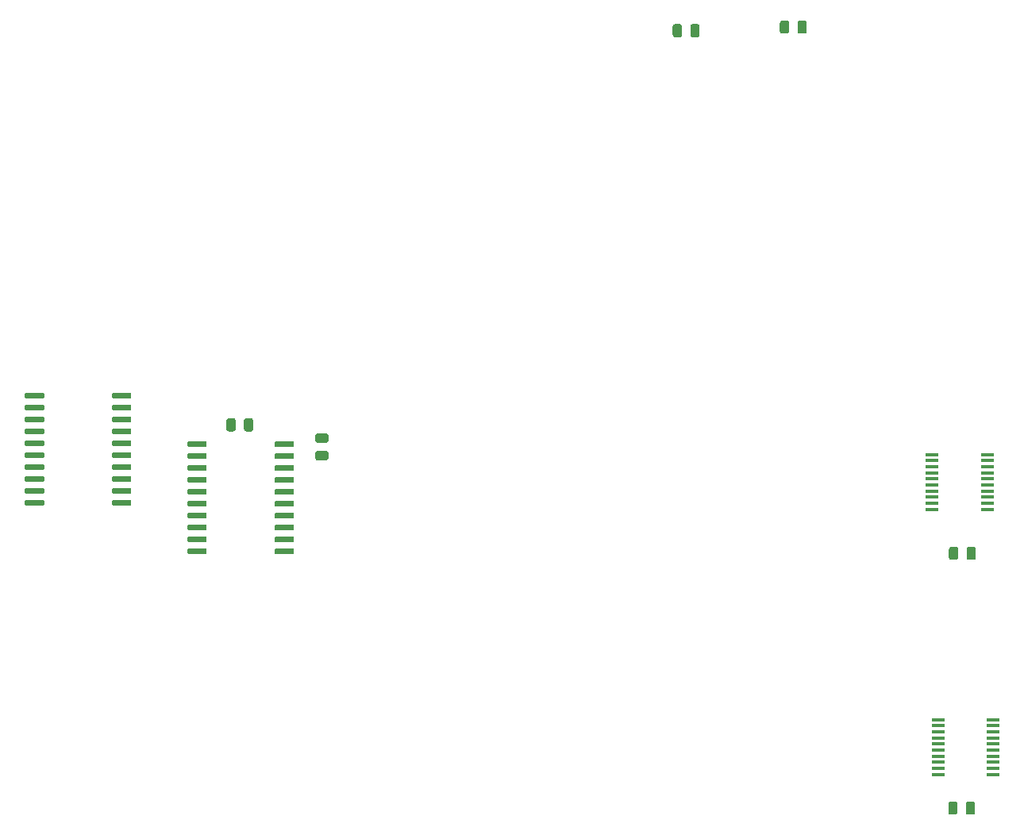
<source format=gbr>
G04 #@! TF.GenerationSoftware,KiCad,Pcbnew,5.1.5+dfsg1-2build2*
G04 #@! TF.CreationDate,2021-09-05T22:16:52+01:00*
G04 #@! TF.ProjectId,pak_breakout,70616b5f-6272-4656-916b-6f75742e6b69,rev?*
G04 #@! TF.SameCoordinates,Original*
G04 #@! TF.FileFunction,Paste,Top*
G04 #@! TF.FilePolarity,Positive*
%FSLAX46Y46*%
G04 Gerber Fmt 4.6, Leading zero omitted, Abs format (unit mm)*
G04 Created by KiCad (PCBNEW 5.1.5+dfsg1-2build2) date 2021-09-05 22:16:52*
%MOMM*%
%LPD*%
G04 APERTURE LIST*
%ADD10C,0.100000*%
%ADD11R,1.450000X0.450000*%
G04 APERTURE END LIST*
D10*
G36*
X415987142Y-187769174D02*
G01*
X416010803Y-187772684D01*
X416034007Y-187778496D01*
X416056529Y-187786554D01*
X416078153Y-187796782D01*
X416098670Y-187809079D01*
X416117883Y-187823329D01*
X416135607Y-187839393D01*
X416151671Y-187857117D01*
X416165921Y-187876330D01*
X416178218Y-187896847D01*
X416188446Y-187918471D01*
X416196504Y-187940993D01*
X416202316Y-187964197D01*
X416205826Y-187987858D01*
X416207000Y-188011750D01*
X416207000Y-188924250D01*
X416205826Y-188948142D01*
X416202316Y-188971803D01*
X416196504Y-188995007D01*
X416188446Y-189017529D01*
X416178218Y-189039153D01*
X416165921Y-189059670D01*
X416151671Y-189078883D01*
X416135607Y-189096607D01*
X416117883Y-189112671D01*
X416098670Y-189126921D01*
X416078153Y-189139218D01*
X416056529Y-189149446D01*
X416034007Y-189157504D01*
X416010803Y-189163316D01*
X415987142Y-189166826D01*
X415963250Y-189168000D01*
X415475750Y-189168000D01*
X415451858Y-189166826D01*
X415428197Y-189163316D01*
X415404993Y-189157504D01*
X415382471Y-189149446D01*
X415360847Y-189139218D01*
X415340330Y-189126921D01*
X415321117Y-189112671D01*
X415303393Y-189096607D01*
X415287329Y-189078883D01*
X415273079Y-189059670D01*
X415260782Y-189039153D01*
X415250554Y-189017529D01*
X415242496Y-188995007D01*
X415236684Y-188971803D01*
X415233174Y-188948142D01*
X415232000Y-188924250D01*
X415232000Y-188011750D01*
X415233174Y-187987858D01*
X415236684Y-187964197D01*
X415242496Y-187940993D01*
X415250554Y-187918471D01*
X415260782Y-187896847D01*
X415273079Y-187876330D01*
X415287329Y-187857117D01*
X415303393Y-187839393D01*
X415321117Y-187823329D01*
X415340330Y-187809079D01*
X415360847Y-187796782D01*
X415382471Y-187786554D01*
X415404993Y-187778496D01*
X415428197Y-187772684D01*
X415451858Y-187769174D01*
X415475750Y-187768000D01*
X415963250Y-187768000D01*
X415987142Y-187769174D01*
G37*
G36*
X414112142Y-187769174D02*
G01*
X414135803Y-187772684D01*
X414159007Y-187778496D01*
X414181529Y-187786554D01*
X414203153Y-187796782D01*
X414223670Y-187809079D01*
X414242883Y-187823329D01*
X414260607Y-187839393D01*
X414276671Y-187857117D01*
X414290921Y-187876330D01*
X414303218Y-187896847D01*
X414313446Y-187918471D01*
X414321504Y-187940993D01*
X414327316Y-187964197D01*
X414330826Y-187987858D01*
X414332000Y-188011750D01*
X414332000Y-188924250D01*
X414330826Y-188948142D01*
X414327316Y-188971803D01*
X414321504Y-188995007D01*
X414313446Y-189017529D01*
X414303218Y-189039153D01*
X414290921Y-189059670D01*
X414276671Y-189078883D01*
X414260607Y-189096607D01*
X414242883Y-189112671D01*
X414223670Y-189126921D01*
X414203153Y-189139218D01*
X414181529Y-189149446D01*
X414159007Y-189157504D01*
X414135803Y-189163316D01*
X414112142Y-189166826D01*
X414088250Y-189168000D01*
X413600750Y-189168000D01*
X413576858Y-189166826D01*
X413553197Y-189163316D01*
X413529993Y-189157504D01*
X413507471Y-189149446D01*
X413485847Y-189139218D01*
X413465330Y-189126921D01*
X413446117Y-189112671D01*
X413428393Y-189096607D01*
X413412329Y-189078883D01*
X413398079Y-189059670D01*
X413385782Y-189039153D01*
X413375554Y-189017529D01*
X413367496Y-188995007D01*
X413361684Y-188971803D01*
X413358174Y-188948142D01*
X413357000Y-188924250D01*
X413357000Y-188011750D01*
X413358174Y-187987858D01*
X413361684Y-187964197D01*
X413367496Y-187940993D01*
X413375554Y-187918471D01*
X413385782Y-187896847D01*
X413398079Y-187876330D01*
X413412329Y-187857117D01*
X413428393Y-187839393D01*
X413446117Y-187823329D01*
X413465330Y-187809079D01*
X413485847Y-187796782D01*
X413507471Y-187786554D01*
X413529993Y-187778496D01*
X413553197Y-187772684D01*
X413576858Y-187769174D01*
X413600750Y-187768000D01*
X414088250Y-187768000D01*
X414112142Y-187769174D01*
G37*
G36*
X434021142Y-243903174D02*
G01*
X434044803Y-243906684D01*
X434068007Y-243912496D01*
X434090529Y-243920554D01*
X434112153Y-243930782D01*
X434132670Y-243943079D01*
X434151883Y-243957329D01*
X434169607Y-243973393D01*
X434185671Y-243991117D01*
X434199921Y-244010330D01*
X434212218Y-244030847D01*
X434222446Y-244052471D01*
X434230504Y-244074993D01*
X434236316Y-244098197D01*
X434239826Y-244121858D01*
X434241000Y-244145750D01*
X434241000Y-245058250D01*
X434239826Y-245082142D01*
X434236316Y-245105803D01*
X434230504Y-245129007D01*
X434222446Y-245151529D01*
X434212218Y-245173153D01*
X434199921Y-245193670D01*
X434185671Y-245212883D01*
X434169607Y-245230607D01*
X434151883Y-245246671D01*
X434132670Y-245260921D01*
X434112153Y-245273218D01*
X434090529Y-245283446D01*
X434068007Y-245291504D01*
X434044803Y-245297316D01*
X434021142Y-245300826D01*
X433997250Y-245302000D01*
X433509750Y-245302000D01*
X433485858Y-245300826D01*
X433462197Y-245297316D01*
X433438993Y-245291504D01*
X433416471Y-245283446D01*
X433394847Y-245273218D01*
X433374330Y-245260921D01*
X433355117Y-245246671D01*
X433337393Y-245230607D01*
X433321329Y-245212883D01*
X433307079Y-245193670D01*
X433294782Y-245173153D01*
X433284554Y-245151529D01*
X433276496Y-245129007D01*
X433270684Y-245105803D01*
X433267174Y-245082142D01*
X433266000Y-245058250D01*
X433266000Y-244145750D01*
X433267174Y-244121858D01*
X433270684Y-244098197D01*
X433276496Y-244074993D01*
X433284554Y-244052471D01*
X433294782Y-244030847D01*
X433307079Y-244010330D01*
X433321329Y-243991117D01*
X433337393Y-243973393D01*
X433355117Y-243957329D01*
X433374330Y-243943079D01*
X433394847Y-243930782D01*
X433416471Y-243920554D01*
X433438993Y-243912496D01*
X433462197Y-243906684D01*
X433485858Y-243903174D01*
X433509750Y-243902000D01*
X433997250Y-243902000D01*
X434021142Y-243903174D01*
G37*
G36*
X432146142Y-243903174D02*
G01*
X432169803Y-243906684D01*
X432193007Y-243912496D01*
X432215529Y-243920554D01*
X432237153Y-243930782D01*
X432257670Y-243943079D01*
X432276883Y-243957329D01*
X432294607Y-243973393D01*
X432310671Y-243991117D01*
X432324921Y-244010330D01*
X432337218Y-244030847D01*
X432347446Y-244052471D01*
X432355504Y-244074993D01*
X432361316Y-244098197D01*
X432364826Y-244121858D01*
X432366000Y-244145750D01*
X432366000Y-245058250D01*
X432364826Y-245082142D01*
X432361316Y-245105803D01*
X432355504Y-245129007D01*
X432347446Y-245151529D01*
X432337218Y-245173153D01*
X432324921Y-245193670D01*
X432310671Y-245212883D01*
X432294607Y-245230607D01*
X432276883Y-245246671D01*
X432257670Y-245260921D01*
X432237153Y-245273218D01*
X432215529Y-245283446D01*
X432193007Y-245291504D01*
X432169803Y-245297316D01*
X432146142Y-245300826D01*
X432122250Y-245302000D01*
X431634750Y-245302000D01*
X431610858Y-245300826D01*
X431587197Y-245297316D01*
X431563993Y-245291504D01*
X431541471Y-245283446D01*
X431519847Y-245273218D01*
X431499330Y-245260921D01*
X431480117Y-245246671D01*
X431462393Y-245230607D01*
X431446329Y-245212883D01*
X431432079Y-245193670D01*
X431419782Y-245173153D01*
X431409554Y-245151529D01*
X431401496Y-245129007D01*
X431395684Y-245105803D01*
X431392174Y-245082142D01*
X431391000Y-245058250D01*
X431391000Y-244145750D01*
X431392174Y-244121858D01*
X431395684Y-244098197D01*
X431401496Y-244074993D01*
X431409554Y-244052471D01*
X431419782Y-244030847D01*
X431432079Y-244010330D01*
X431446329Y-243991117D01*
X431462393Y-243973393D01*
X431480117Y-243957329D01*
X431499330Y-243943079D01*
X431519847Y-243930782D01*
X431541471Y-243920554D01*
X431563993Y-243912496D01*
X431587197Y-243906684D01*
X431610858Y-243903174D01*
X431634750Y-243902000D01*
X432122250Y-243902000D01*
X432146142Y-243903174D01*
G37*
G36*
X433942642Y-271081174D02*
G01*
X433966303Y-271084684D01*
X433989507Y-271090496D01*
X434012029Y-271098554D01*
X434033653Y-271108782D01*
X434054170Y-271121079D01*
X434073383Y-271135329D01*
X434091107Y-271151393D01*
X434107171Y-271169117D01*
X434121421Y-271188330D01*
X434133718Y-271208847D01*
X434143946Y-271230471D01*
X434152004Y-271252993D01*
X434157816Y-271276197D01*
X434161326Y-271299858D01*
X434162500Y-271323750D01*
X434162500Y-272236250D01*
X434161326Y-272260142D01*
X434157816Y-272283803D01*
X434152004Y-272307007D01*
X434143946Y-272329529D01*
X434133718Y-272351153D01*
X434121421Y-272371670D01*
X434107171Y-272390883D01*
X434091107Y-272408607D01*
X434073383Y-272424671D01*
X434054170Y-272438921D01*
X434033653Y-272451218D01*
X434012029Y-272461446D01*
X433989507Y-272469504D01*
X433966303Y-272475316D01*
X433942642Y-272478826D01*
X433918750Y-272480000D01*
X433431250Y-272480000D01*
X433407358Y-272478826D01*
X433383697Y-272475316D01*
X433360493Y-272469504D01*
X433337971Y-272461446D01*
X433316347Y-272451218D01*
X433295830Y-272438921D01*
X433276617Y-272424671D01*
X433258893Y-272408607D01*
X433242829Y-272390883D01*
X433228579Y-272371670D01*
X433216282Y-272351153D01*
X433206054Y-272329529D01*
X433197996Y-272307007D01*
X433192184Y-272283803D01*
X433188674Y-272260142D01*
X433187500Y-272236250D01*
X433187500Y-271323750D01*
X433188674Y-271299858D01*
X433192184Y-271276197D01*
X433197996Y-271252993D01*
X433206054Y-271230471D01*
X433216282Y-271208847D01*
X433228579Y-271188330D01*
X433242829Y-271169117D01*
X433258893Y-271151393D01*
X433276617Y-271135329D01*
X433295830Y-271121079D01*
X433316347Y-271108782D01*
X433337971Y-271098554D01*
X433360493Y-271090496D01*
X433383697Y-271084684D01*
X433407358Y-271081174D01*
X433431250Y-271080000D01*
X433918750Y-271080000D01*
X433942642Y-271081174D01*
G37*
G36*
X432067642Y-271081174D02*
G01*
X432091303Y-271084684D01*
X432114507Y-271090496D01*
X432137029Y-271098554D01*
X432158653Y-271108782D01*
X432179170Y-271121079D01*
X432198383Y-271135329D01*
X432216107Y-271151393D01*
X432232171Y-271169117D01*
X432246421Y-271188330D01*
X432258718Y-271208847D01*
X432268946Y-271230471D01*
X432277004Y-271252993D01*
X432282816Y-271276197D01*
X432286326Y-271299858D01*
X432287500Y-271323750D01*
X432287500Y-272236250D01*
X432286326Y-272260142D01*
X432282816Y-272283803D01*
X432277004Y-272307007D01*
X432268946Y-272329529D01*
X432258718Y-272351153D01*
X432246421Y-272371670D01*
X432232171Y-272390883D01*
X432216107Y-272408607D01*
X432198383Y-272424671D01*
X432179170Y-272438921D01*
X432158653Y-272451218D01*
X432137029Y-272461446D01*
X432114507Y-272469504D01*
X432091303Y-272475316D01*
X432067642Y-272478826D01*
X432043750Y-272480000D01*
X431556250Y-272480000D01*
X431532358Y-272478826D01*
X431508697Y-272475316D01*
X431485493Y-272469504D01*
X431462971Y-272461446D01*
X431441347Y-272451218D01*
X431420830Y-272438921D01*
X431401617Y-272424671D01*
X431383893Y-272408607D01*
X431367829Y-272390883D01*
X431353579Y-272371670D01*
X431341282Y-272351153D01*
X431331054Y-272329529D01*
X431322996Y-272307007D01*
X431317184Y-272283803D01*
X431313674Y-272260142D01*
X431312500Y-272236250D01*
X431312500Y-271323750D01*
X431313674Y-271299858D01*
X431317184Y-271276197D01*
X431322996Y-271252993D01*
X431331054Y-271230471D01*
X431341282Y-271208847D01*
X431353579Y-271188330D01*
X431367829Y-271169117D01*
X431383893Y-271151393D01*
X431401617Y-271135329D01*
X431420830Y-271121079D01*
X431441347Y-271108782D01*
X431462971Y-271098554D01*
X431485493Y-271090496D01*
X431508697Y-271084684D01*
X431532358Y-271081174D01*
X431556250Y-271080000D01*
X432043750Y-271080000D01*
X432067642Y-271081174D01*
G37*
D11*
X436118000Y-262352000D03*
X436118000Y-263002000D03*
X436118000Y-263652000D03*
X436118000Y-264302000D03*
X436118000Y-264952000D03*
X436118000Y-265602000D03*
X436118000Y-266252000D03*
X436118000Y-266902000D03*
X436118000Y-267552000D03*
X436118000Y-268202000D03*
X430218000Y-268202000D03*
X430218000Y-267552000D03*
X430218000Y-266902000D03*
X430218000Y-266252000D03*
X430218000Y-265602000D03*
X430218000Y-264952000D03*
X430218000Y-264302000D03*
X430218000Y-263652000D03*
X430218000Y-263002000D03*
X430218000Y-262352000D03*
X435512000Y-234057000D03*
X435512000Y-234707000D03*
X435512000Y-235357000D03*
X435512000Y-236007000D03*
X435512000Y-236657000D03*
X435512000Y-237307000D03*
X435512000Y-237957000D03*
X435512000Y-238607000D03*
X435512000Y-239257000D03*
X435512000Y-239907000D03*
X429612000Y-239907000D03*
X429612000Y-239257000D03*
X429612000Y-238607000D03*
X429612000Y-237957000D03*
X429612000Y-237307000D03*
X429612000Y-236657000D03*
X429612000Y-236007000D03*
X429612000Y-235357000D03*
X429612000Y-234707000D03*
X429612000Y-234057000D03*
D10*
G36*
X361389703Y-232660722D02*
G01*
X361404264Y-232662882D01*
X361418543Y-232666459D01*
X361432403Y-232671418D01*
X361445710Y-232677712D01*
X361458336Y-232685280D01*
X361470159Y-232694048D01*
X361481066Y-232703934D01*
X361490952Y-232714841D01*
X361499720Y-232726664D01*
X361507288Y-232739290D01*
X361513582Y-232752597D01*
X361518541Y-232766457D01*
X361522118Y-232780736D01*
X361524278Y-232795297D01*
X361525000Y-232810000D01*
X361525000Y-233110000D01*
X361524278Y-233124703D01*
X361522118Y-233139264D01*
X361518541Y-233153543D01*
X361513582Y-233167403D01*
X361507288Y-233180710D01*
X361499720Y-233193336D01*
X361490952Y-233205159D01*
X361481066Y-233216066D01*
X361470159Y-233225952D01*
X361458336Y-233234720D01*
X361445710Y-233242288D01*
X361432403Y-233248582D01*
X361418543Y-233253541D01*
X361404264Y-233257118D01*
X361389703Y-233259278D01*
X361375000Y-233260000D01*
X359625000Y-233260000D01*
X359610297Y-233259278D01*
X359595736Y-233257118D01*
X359581457Y-233253541D01*
X359567597Y-233248582D01*
X359554290Y-233242288D01*
X359541664Y-233234720D01*
X359529841Y-233225952D01*
X359518934Y-233216066D01*
X359509048Y-233205159D01*
X359500280Y-233193336D01*
X359492712Y-233180710D01*
X359486418Y-233167403D01*
X359481459Y-233153543D01*
X359477882Y-233139264D01*
X359475722Y-233124703D01*
X359475000Y-233110000D01*
X359475000Y-232810000D01*
X359475722Y-232795297D01*
X359477882Y-232780736D01*
X359481459Y-232766457D01*
X359486418Y-232752597D01*
X359492712Y-232739290D01*
X359500280Y-232726664D01*
X359509048Y-232714841D01*
X359518934Y-232703934D01*
X359529841Y-232694048D01*
X359541664Y-232685280D01*
X359554290Y-232677712D01*
X359567597Y-232671418D01*
X359581457Y-232666459D01*
X359595736Y-232662882D01*
X359610297Y-232660722D01*
X359625000Y-232660000D01*
X361375000Y-232660000D01*
X361389703Y-232660722D01*
G37*
G36*
X361389703Y-233930722D02*
G01*
X361404264Y-233932882D01*
X361418543Y-233936459D01*
X361432403Y-233941418D01*
X361445710Y-233947712D01*
X361458336Y-233955280D01*
X361470159Y-233964048D01*
X361481066Y-233973934D01*
X361490952Y-233984841D01*
X361499720Y-233996664D01*
X361507288Y-234009290D01*
X361513582Y-234022597D01*
X361518541Y-234036457D01*
X361522118Y-234050736D01*
X361524278Y-234065297D01*
X361525000Y-234080000D01*
X361525000Y-234380000D01*
X361524278Y-234394703D01*
X361522118Y-234409264D01*
X361518541Y-234423543D01*
X361513582Y-234437403D01*
X361507288Y-234450710D01*
X361499720Y-234463336D01*
X361490952Y-234475159D01*
X361481066Y-234486066D01*
X361470159Y-234495952D01*
X361458336Y-234504720D01*
X361445710Y-234512288D01*
X361432403Y-234518582D01*
X361418543Y-234523541D01*
X361404264Y-234527118D01*
X361389703Y-234529278D01*
X361375000Y-234530000D01*
X359625000Y-234530000D01*
X359610297Y-234529278D01*
X359595736Y-234527118D01*
X359581457Y-234523541D01*
X359567597Y-234518582D01*
X359554290Y-234512288D01*
X359541664Y-234504720D01*
X359529841Y-234495952D01*
X359518934Y-234486066D01*
X359509048Y-234475159D01*
X359500280Y-234463336D01*
X359492712Y-234450710D01*
X359486418Y-234437403D01*
X359481459Y-234423543D01*
X359477882Y-234409264D01*
X359475722Y-234394703D01*
X359475000Y-234380000D01*
X359475000Y-234080000D01*
X359475722Y-234065297D01*
X359477882Y-234050736D01*
X359481459Y-234036457D01*
X359486418Y-234022597D01*
X359492712Y-234009290D01*
X359500280Y-233996664D01*
X359509048Y-233984841D01*
X359518934Y-233973934D01*
X359529841Y-233964048D01*
X359541664Y-233955280D01*
X359554290Y-233947712D01*
X359567597Y-233941418D01*
X359581457Y-233936459D01*
X359595736Y-233932882D01*
X359610297Y-233930722D01*
X359625000Y-233930000D01*
X361375000Y-233930000D01*
X361389703Y-233930722D01*
G37*
G36*
X361389703Y-235200722D02*
G01*
X361404264Y-235202882D01*
X361418543Y-235206459D01*
X361432403Y-235211418D01*
X361445710Y-235217712D01*
X361458336Y-235225280D01*
X361470159Y-235234048D01*
X361481066Y-235243934D01*
X361490952Y-235254841D01*
X361499720Y-235266664D01*
X361507288Y-235279290D01*
X361513582Y-235292597D01*
X361518541Y-235306457D01*
X361522118Y-235320736D01*
X361524278Y-235335297D01*
X361525000Y-235350000D01*
X361525000Y-235650000D01*
X361524278Y-235664703D01*
X361522118Y-235679264D01*
X361518541Y-235693543D01*
X361513582Y-235707403D01*
X361507288Y-235720710D01*
X361499720Y-235733336D01*
X361490952Y-235745159D01*
X361481066Y-235756066D01*
X361470159Y-235765952D01*
X361458336Y-235774720D01*
X361445710Y-235782288D01*
X361432403Y-235788582D01*
X361418543Y-235793541D01*
X361404264Y-235797118D01*
X361389703Y-235799278D01*
X361375000Y-235800000D01*
X359625000Y-235800000D01*
X359610297Y-235799278D01*
X359595736Y-235797118D01*
X359581457Y-235793541D01*
X359567597Y-235788582D01*
X359554290Y-235782288D01*
X359541664Y-235774720D01*
X359529841Y-235765952D01*
X359518934Y-235756066D01*
X359509048Y-235745159D01*
X359500280Y-235733336D01*
X359492712Y-235720710D01*
X359486418Y-235707403D01*
X359481459Y-235693543D01*
X359477882Y-235679264D01*
X359475722Y-235664703D01*
X359475000Y-235650000D01*
X359475000Y-235350000D01*
X359475722Y-235335297D01*
X359477882Y-235320736D01*
X359481459Y-235306457D01*
X359486418Y-235292597D01*
X359492712Y-235279290D01*
X359500280Y-235266664D01*
X359509048Y-235254841D01*
X359518934Y-235243934D01*
X359529841Y-235234048D01*
X359541664Y-235225280D01*
X359554290Y-235217712D01*
X359567597Y-235211418D01*
X359581457Y-235206459D01*
X359595736Y-235202882D01*
X359610297Y-235200722D01*
X359625000Y-235200000D01*
X361375000Y-235200000D01*
X361389703Y-235200722D01*
G37*
G36*
X361389703Y-236470722D02*
G01*
X361404264Y-236472882D01*
X361418543Y-236476459D01*
X361432403Y-236481418D01*
X361445710Y-236487712D01*
X361458336Y-236495280D01*
X361470159Y-236504048D01*
X361481066Y-236513934D01*
X361490952Y-236524841D01*
X361499720Y-236536664D01*
X361507288Y-236549290D01*
X361513582Y-236562597D01*
X361518541Y-236576457D01*
X361522118Y-236590736D01*
X361524278Y-236605297D01*
X361525000Y-236620000D01*
X361525000Y-236920000D01*
X361524278Y-236934703D01*
X361522118Y-236949264D01*
X361518541Y-236963543D01*
X361513582Y-236977403D01*
X361507288Y-236990710D01*
X361499720Y-237003336D01*
X361490952Y-237015159D01*
X361481066Y-237026066D01*
X361470159Y-237035952D01*
X361458336Y-237044720D01*
X361445710Y-237052288D01*
X361432403Y-237058582D01*
X361418543Y-237063541D01*
X361404264Y-237067118D01*
X361389703Y-237069278D01*
X361375000Y-237070000D01*
X359625000Y-237070000D01*
X359610297Y-237069278D01*
X359595736Y-237067118D01*
X359581457Y-237063541D01*
X359567597Y-237058582D01*
X359554290Y-237052288D01*
X359541664Y-237044720D01*
X359529841Y-237035952D01*
X359518934Y-237026066D01*
X359509048Y-237015159D01*
X359500280Y-237003336D01*
X359492712Y-236990710D01*
X359486418Y-236977403D01*
X359481459Y-236963543D01*
X359477882Y-236949264D01*
X359475722Y-236934703D01*
X359475000Y-236920000D01*
X359475000Y-236620000D01*
X359475722Y-236605297D01*
X359477882Y-236590736D01*
X359481459Y-236576457D01*
X359486418Y-236562597D01*
X359492712Y-236549290D01*
X359500280Y-236536664D01*
X359509048Y-236524841D01*
X359518934Y-236513934D01*
X359529841Y-236504048D01*
X359541664Y-236495280D01*
X359554290Y-236487712D01*
X359567597Y-236481418D01*
X359581457Y-236476459D01*
X359595736Y-236472882D01*
X359610297Y-236470722D01*
X359625000Y-236470000D01*
X361375000Y-236470000D01*
X361389703Y-236470722D01*
G37*
G36*
X361389703Y-237740722D02*
G01*
X361404264Y-237742882D01*
X361418543Y-237746459D01*
X361432403Y-237751418D01*
X361445710Y-237757712D01*
X361458336Y-237765280D01*
X361470159Y-237774048D01*
X361481066Y-237783934D01*
X361490952Y-237794841D01*
X361499720Y-237806664D01*
X361507288Y-237819290D01*
X361513582Y-237832597D01*
X361518541Y-237846457D01*
X361522118Y-237860736D01*
X361524278Y-237875297D01*
X361525000Y-237890000D01*
X361525000Y-238190000D01*
X361524278Y-238204703D01*
X361522118Y-238219264D01*
X361518541Y-238233543D01*
X361513582Y-238247403D01*
X361507288Y-238260710D01*
X361499720Y-238273336D01*
X361490952Y-238285159D01*
X361481066Y-238296066D01*
X361470159Y-238305952D01*
X361458336Y-238314720D01*
X361445710Y-238322288D01*
X361432403Y-238328582D01*
X361418543Y-238333541D01*
X361404264Y-238337118D01*
X361389703Y-238339278D01*
X361375000Y-238340000D01*
X359625000Y-238340000D01*
X359610297Y-238339278D01*
X359595736Y-238337118D01*
X359581457Y-238333541D01*
X359567597Y-238328582D01*
X359554290Y-238322288D01*
X359541664Y-238314720D01*
X359529841Y-238305952D01*
X359518934Y-238296066D01*
X359509048Y-238285159D01*
X359500280Y-238273336D01*
X359492712Y-238260710D01*
X359486418Y-238247403D01*
X359481459Y-238233543D01*
X359477882Y-238219264D01*
X359475722Y-238204703D01*
X359475000Y-238190000D01*
X359475000Y-237890000D01*
X359475722Y-237875297D01*
X359477882Y-237860736D01*
X359481459Y-237846457D01*
X359486418Y-237832597D01*
X359492712Y-237819290D01*
X359500280Y-237806664D01*
X359509048Y-237794841D01*
X359518934Y-237783934D01*
X359529841Y-237774048D01*
X359541664Y-237765280D01*
X359554290Y-237757712D01*
X359567597Y-237751418D01*
X359581457Y-237746459D01*
X359595736Y-237742882D01*
X359610297Y-237740722D01*
X359625000Y-237740000D01*
X361375000Y-237740000D01*
X361389703Y-237740722D01*
G37*
G36*
X361389703Y-239010722D02*
G01*
X361404264Y-239012882D01*
X361418543Y-239016459D01*
X361432403Y-239021418D01*
X361445710Y-239027712D01*
X361458336Y-239035280D01*
X361470159Y-239044048D01*
X361481066Y-239053934D01*
X361490952Y-239064841D01*
X361499720Y-239076664D01*
X361507288Y-239089290D01*
X361513582Y-239102597D01*
X361518541Y-239116457D01*
X361522118Y-239130736D01*
X361524278Y-239145297D01*
X361525000Y-239160000D01*
X361525000Y-239460000D01*
X361524278Y-239474703D01*
X361522118Y-239489264D01*
X361518541Y-239503543D01*
X361513582Y-239517403D01*
X361507288Y-239530710D01*
X361499720Y-239543336D01*
X361490952Y-239555159D01*
X361481066Y-239566066D01*
X361470159Y-239575952D01*
X361458336Y-239584720D01*
X361445710Y-239592288D01*
X361432403Y-239598582D01*
X361418543Y-239603541D01*
X361404264Y-239607118D01*
X361389703Y-239609278D01*
X361375000Y-239610000D01*
X359625000Y-239610000D01*
X359610297Y-239609278D01*
X359595736Y-239607118D01*
X359581457Y-239603541D01*
X359567597Y-239598582D01*
X359554290Y-239592288D01*
X359541664Y-239584720D01*
X359529841Y-239575952D01*
X359518934Y-239566066D01*
X359509048Y-239555159D01*
X359500280Y-239543336D01*
X359492712Y-239530710D01*
X359486418Y-239517403D01*
X359481459Y-239503543D01*
X359477882Y-239489264D01*
X359475722Y-239474703D01*
X359475000Y-239460000D01*
X359475000Y-239160000D01*
X359475722Y-239145297D01*
X359477882Y-239130736D01*
X359481459Y-239116457D01*
X359486418Y-239102597D01*
X359492712Y-239089290D01*
X359500280Y-239076664D01*
X359509048Y-239064841D01*
X359518934Y-239053934D01*
X359529841Y-239044048D01*
X359541664Y-239035280D01*
X359554290Y-239027712D01*
X359567597Y-239021418D01*
X359581457Y-239016459D01*
X359595736Y-239012882D01*
X359610297Y-239010722D01*
X359625000Y-239010000D01*
X361375000Y-239010000D01*
X361389703Y-239010722D01*
G37*
G36*
X361389703Y-240280722D02*
G01*
X361404264Y-240282882D01*
X361418543Y-240286459D01*
X361432403Y-240291418D01*
X361445710Y-240297712D01*
X361458336Y-240305280D01*
X361470159Y-240314048D01*
X361481066Y-240323934D01*
X361490952Y-240334841D01*
X361499720Y-240346664D01*
X361507288Y-240359290D01*
X361513582Y-240372597D01*
X361518541Y-240386457D01*
X361522118Y-240400736D01*
X361524278Y-240415297D01*
X361525000Y-240430000D01*
X361525000Y-240730000D01*
X361524278Y-240744703D01*
X361522118Y-240759264D01*
X361518541Y-240773543D01*
X361513582Y-240787403D01*
X361507288Y-240800710D01*
X361499720Y-240813336D01*
X361490952Y-240825159D01*
X361481066Y-240836066D01*
X361470159Y-240845952D01*
X361458336Y-240854720D01*
X361445710Y-240862288D01*
X361432403Y-240868582D01*
X361418543Y-240873541D01*
X361404264Y-240877118D01*
X361389703Y-240879278D01*
X361375000Y-240880000D01*
X359625000Y-240880000D01*
X359610297Y-240879278D01*
X359595736Y-240877118D01*
X359581457Y-240873541D01*
X359567597Y-240868582D01*
X359554290Y-240862288D01*
X359541664Y-240854720D01*
X359529841Y-240845952D01*
X359518934Y-240836066D01*
X359509048Y-240825159D01*
X359500280Y-240813336D01*
X359492712Y-240800710D01*
X359486418Y-240787403D01*
X359481459Y-240773543D01*
X359477882Y-240759264D01*
X359475722Y-240744703D01*
X359475000Y-240730000D01*
X359475000Y-240430000D01*
X359475722Y-240415297D01*
X359477882Y-240400736D01*
X359481459Y-240386457D01*
X359486418Y-240372597D01*
X359492712Y-240359290D01*
X359500280Y-240346664D01*
X359509048Y-240334841D01*
X359518934Y-240323934D01*
X359529841Y-240314048D01*
X359541664Y-240305280D01*
X359554290Y-240297712D01*
X359567597Y-240291418D01*
X359581457Y-240286459D01*
X359595736Y-240282882D01*
X359610297Y-240280722D01*
X359625000Y-240280000D01*
X361375000Y-240280000D01*
X361389703Y-240280722D01*
G37*
G36*
X361389703Y-241550722D02*
G01*
X361404264Y-241552882D01*
X361418543Y-241556459D01*
X361432403Y-241561418D01*
X361445710Y-241567712D01*
X361458336Y-241575280D01*
X361470159Y-241584048D01*
X361481066Y-241593934D01*
X361490952Y-241604841D01*
X361499720Y-241616664D01*
X361507288Y-241629290D01*
X361513582Y-241642597D01*
X361518541Y-241656457D01*
X361522118Y-241670736D01*
X361524278Y-241685297D01*
X361525000Y-241700000D01*
X361525000Y-242000000D01*
X361524278Y-242014703D01*
X361522118Y-242029264D01*
X361518541Y-242043543D01*
X361513582Y-242057403D01*
X361507288Y-242070710D01*
X361499720Y-242083336D01*
X361490952Y-242095159D01*
X361481066Y-242106066D01*
X361470159Y-242115952D01*
X361458336Y-242124720D01*
X361445710Y-242132288D01*
X361432403Y-242138582D01*
X361418543Y-242143541D01*
X361404264Y-242147118D01*
X361389703Y-242149278D01*
X361375000Y-242150000D01*
X359625000Y-242150000D01*
X359610297Y-242149278D01*
X359595736Y-242147118D01*
X359581457Y-242143541D01*
X359567597Y-242138582D01*
X359554290Y-242132288D01*
X359541664Y-242124720D01*
X359529841Y-242115952D01*
X359518934Y-242106066D01*
X359509048Y-242095159D01*
X359500280Y-242083336D01*
X359492712Y-242070710D01*
X359486418Y-242057403D01*
X359481459Y-242043543D01*
X359477882Y-242029264D01*
X359475722Y-242014703D01*
X359475000Y-242000000D01*
X359475000Y-241700000D01*
X359475722Y-241685297D01*
X359477882Y-241670736D01*
X359481459Y-241656457D01*
X359486418Y-241642597D01*
X359492712Y-241629290D01*
X359500280Y-241616664D01*
X359509048Y-241604841D01*
X359518934Y-241593934D01*
X359529841Y-241584048D01*
X359541664Y-241575280D01*
X359554290Y-241567712D01*
X359567597Y-241561418D01*
X359581457Y-241556459D01*
X359595736Y-241552882D01*
X359610297Y-241550722D01*
X359625000Y-241550000D01*
X361375000Y-241550000D01*
X361389703Y-241550722D01*
G37*
G36*
X361389703Y-242820722D02*
G01*
X361404264Y-242822882D01*
X361418543Y-242826459D01*
X361432403Y-242831418D01*
X361445710Y-242837712D01*
X361458336Y-242845280D01*
X361470159Y-242854048D01*
X361481066Y-242863934D01*
X361490952Y-242874841D01*
X361499720Y-242886664D01*
X361507288Y-242899290D01*
X361513582Y-242912597D01*
X361518541Y-242926457D01*
X361522118Y-242940736D01*
X361524278Y-242955297D01*
X361525000Y-242970000D01*
X361525000Y-243270000D01*
X361524278Y-243284703D01*
X361522118Y-243299264D01*
X361518541Y-243313543D01*
X361513582Y-243327403D01*
X361507288Y-243340710D01*
X361499720Y-243353336D01*
X361490952Y-243365159D01*
X361481066Y-243376066D01*
X361470159Y-243385952D01*
X361458336Y-243394720D01*
X361445710Y-243402288D01*
X361432403Y-243408582D01*
X361418543Y-243413541D01*
X361404264Y-243417118D01*
X361389703Y-243419278D01*
X361375000Y-243420000D01*
X359625000Y-243420000D01*
X359610297Y-243419278D01*
X359595736Y-243417118D01*
X359581457Y-243413541D01*
X359567597Y-243408582D01*
X359554290Y-243402288D01*
X359541664Y-243394720D01*
X359529841Y-243385952D01*
X359518934Y-243376066D01*
X359509048Y-243365159D01*
X359500280Y-243353336D01*
X359492712Y-243340710D01*
X359486418Y-243327403D01*
X359481459Y-243313543D01*
X359477882Y-243299264D01*
X359475722Y-243284703D01*
X359475000Y-243270000D01*
X359475000Y-242970000D01*
X359475722Y-242955297D01*
X359477882Y-242940736D01*
X359481459Y-242926457D01*
X359486418Y-242912597D01*
X359492712Y-242899290D01*
X359500280Y-242886664D01*
X359509048Y-242874841D01*
X359518934Y-242863934D01*
X359529841Y-242854048D01*
X359541664Y-242845280D01*
X359554290Y-242837712D01*
X359567597Y-242831418D01*
X359581457Y-242826459D01*
X359595736Y-242822882D01*
X359610297Y-242820722D01*
X359625000Y-242820000D01*
X361375000Y-242820000D01*
X361389703Y-242820722D01*
G37*
G36*
X361389703Y-244090722D02*
G01*
X361404264Y-244092882D01*
X361418543Y-244096459D01*
X361432403Y-244101418D01*
X361445710Y-244107712D01*
X361458336Y-244115280D01*
X361470159Y-244124048D01*
X361481066Y-244133934D01*
X361490952Y-244144841D01*
X361499720Y-244156664D01*
X361507288Y-244169290D01*
X361513582Y-244182597D01*
X361518541Y-244196457D01*
X361522118Y-244210736D01*
X361524278Y-244225297D01*
X361525000Y-244240000D01*
X361525000Y-244540000D01*
X361524278Y-244554703D01*
X361522118Y-244569264D01*
X361518541Y-244583543D01*
X361513582Y-244597403D01*
X361507288Y-244610710D01*
X361499720Y-244623336D01*
X361490952Y-244635159D01*
X361481066Y-244646066D01*
X361470159Y-244655952D01*
X361458336Y-244664720D01*
X361445710Y-244672288D01*
X361432403Y-244678582D01*
X361418543Y-244683541D01*
X361404264Y-244687118D01*
X361389703Y-244689278D01*
X361375000Y-244690000D01*
X359625000Y-244690000D01*
X359610297Y-244689278D01*
X359595736Y-244687118D01*
X359581457Y-244683541D01*
X359567597Y-244678582D01*
X359554290Y-244672288D01*
X359541664Y-244664720D01*
X359529841Y-244655952D01*
X359518934Y-244646066D01*
X359509048Y-244635159D01*
X359500280Y-244623336D01*
X359492712Y-244610710D01*
X359486418Y-244597403D01*
X359481459Y-244583543D01*
X359477882Y-244569264D01*
X359475722Y-244554703D01*
X359475000Y-244540000D01*
X359475000Y-244240000D01*
X359475722Y-244225297D01*
X359477882Y-244210736D01*
X359481459Y-244196457D01*
X359486418Y-244182597D01*
X359492712Y-244169290D01*
X359500280Y-244156664D01*
X359509048Y-244144841D01*
X359518934Y-244133934D01*
X359529841Y-244124048D01*
X359541664Y-244115280D01*
X359554290Y-244107712D01*
X359567597Y-244101418D01*
X359581457Y-244096459D01*
X359595736Y-244092882D01*
X359610297Y-244090722D01*
X359625000Y-244090000D01*
X361375000Y-244090000D01*
X361389703Y-244090722D01*
G37*
G36*
X352089703Y-244090722D02*
G01*
X352104264Y-244092882D01*
X352118543Y-244096459D01*
X352132403Y-244101418D01*
X352145710Y-244107712D01*
X352158336Y-244115280D01*
X352170159Y-244124048D01*
X352181066Y-244133934D01*
X352190952Y-244144841D01*
X352199720Y-244156664D01*
X352207288Y-244169290D01*
X352213582Y-244182597D01*
X352218541Y-244196457D01*
X352222118Y-244210736D01*
X352224278Y-244225297D01*
X352225000Y-244240000D01*
X352225000Y-244540000D01*
X352224278Y-244554703D01*
X352222118Y-244569264D01*
X352218541Y-244583543D01*
X352213582Y-244597403D01*
X352207288Y-244610710D01*
X352199720Y-244623336D01*
X352190952Y-244635159D01*
X352181066Y-244646066D01*
X352170159Y-244655952D01*
X352158336Y-244664720D01*
X352145710Y-244672288D01*
X352132403Y-244678582D01*
X352118543Y-244683541D01*
X352104264Y-244687118D01*
X352089703Y-244689278D01*
X352075000Y-244690000D01*
X350325000Y-244690000D01*
X350310297Y-244689278D01*
X350295736Y-244687118D01*
X350281457Y-244683541D01*
X350267597Y-244678582D01*
X350254290Y-244672288D01*
X350241664Y-244664720D01*
X350229841Y-244655952D01*
X350218934Y-244646066D01*
X350209048Y-244635159D01*
X350200280Y-244623336D01*
X350192712Y-244610710D01*
X350186418Y-244597403D01*
X350181459Y-244583543D01*
X350177882Y-244569264D01*
X350175722Y-244554703D01*
X350175000Y-244540000D01*
X350175000Y-244240000D01*
X350175722Y-244225297D01*
X350177882Y-244210736D01*
X350181459Y-244196457D01*
X350186418Y-244182597D01*
X350192712Y-244169290D01*
X350200280Y-244156664D01*
X350209048Y-244144841D01*
X350218934Y-244133934D01*
X350229841Y-244124048D01*
X350241664Y-244115280D01*
X350254290Y-244107712D01*
X350267597Y-244101418D01*
X350281457Y-244096459D01*
X350295736Y-244092882D01*
X350310297Y-244090722D01*
X350325000Y-244090000D01*
X352075000Y-244090000D01*
X352089703Y-244090722D01*
G37*
G36*
X352089703Y-242820722D02*
G01*
X352104264Y-242822882D01*
X352118543Y-242826459D01*
X352132403Y-242831418D01*
X352145710Y-242837712D01*
X352158336Y-242845280D01*
X352170159Y-242854048D01*
X352181066Y-242863934D01*
X352190952Y-242874841D01*
X352199720Y-242886664D01*
X352207288Y-242899290D01*
X352213582Y-242912597D01*
X352218541Y-242926457D01*
X352222118Y-242940736D01*
X352224278Y-242955297D01*
X352225000Y-242970000D01*
X352225000Y-243270000D01*
X352224278Y-243284703D01*
X352222118Y-243299264D01*
X352218541Y-243313543D01*
X352213582Y-243327403D01*
X352207288Y-243340710D01*
X352199720Y-243353336D01*
X352190952Y-243365159D01*
X352181066Y-243376066D01*
X352170159Y-243385952D01*
X352158336Y-243394720D01*
X352145710Y-243402288D01*
X352132403Y-243408582D01*
X352118543Y-243413541D01*
X352104264Y-243417118D01*
X352089703Y-243419278D01*
X352075000Y-243420000D01*
X350325000Y-243420000D01*
X350310297Y-243419278D01*
X350295736Y-243417118D01*
X350281457Y-243413541D01*
X350267597Y-243408582D01*
X350254290Y-243402288D01*
X350241664Y-243394720D01*
X350229841Y-243385952D01*
X350218934Y-243376066D01*
X350209048Y-243365159D01*
X350200280Y-243353336D01*
X350192712Y-243340710D01*
X350186418Y-243327403D01*
X350181459Y-243313543D01*
X350177882Y-243299264D01*
X350175722Y-243284703D01*
X350175000Y-243270000D01*
X350175000Y-242970000D01*
X350175722Y-242955297D01*
X350177882Y-242940736D01*
X350181459Y-242926457D01*
X350186418Y-242912597D01*
X350192712Y-242899290D01*
X350200280Y-242886664D01*
X350209048Y-242874841D01*
X350218934Y-242863934D01*
X350229841Y-242854048D01*
X350241664Y-242845280D01*
X350254290Y-242837712D01*
X350267597Y-242831418D01*
X350281457Y-242826459D01*
X350295736Y-242822882D01*
X350310297Y-242820722D01*
X350325000Y-242820000D01*
X352075000Y-242820000D01*
X352089703Y-242820722D01*
G37*
G36*
X352089703Y-241550722D02*
G01*
X352104264Y-241552882D01*
X352118543Y-241556459D01*
X352132403Y-241561418D01*
X352145710Y-241567712D01*
X352158336Y-241575280D01*
X352170159Y-241584048D01*
X352181066Y-241593934D01*
X352190952Y-241604841D01*
X352199720Y-241616664D01*
X352207288Y-241629290D01*
X352213582Y-241642597D01*
X352218541Y-241656457D01*
X352222118Y-241670736D01*
X352224278Y-241685297D01*
X352225000Y-241700000D01*
X352225000Y-242000000D01*
X352224278Y-242014703D01*
X352222118Y-242029264D01*
X352218541Y-242043543D01*
X352213582Y-242057403D01*
X352207288Y-242070710D01*
X352199720Y-242083336D01*
X352190952Y-242095159D01*
X352181066Y-242106066D01*
X352170159Y-242115952D01*
X352158336Y-242124720D01*
X352145710Y-242132288D01*
X352132403Y-242138582D01*
X352118543Y-242143541D01*
X352104264Y-242147118D01*
X352089703Y-242149278D01*
X352075000Y-242150000D01*
X350325000Y-242150000D01*
X350310297Y-242149278D01*
X350295736Y-242147118D01*
X350281457Y-242143541D01*
X350267597Y-242138582D01*
X350254290Y-242132288D01*
X350241664Y-242124720D01*
X350229841Y-242115952D01*
X350218934Y-242106066D01*
X350209048Y-242095159D01*
X350200280Y-242083336D01*
X350192712Y-242070710D01*
X350186418Y-242057403D01*
X350181459Y-242043543D01*
X350177882Y-242029264D01*
X350175722Y-242014703D01*
X350175000Y-242000000D01*
X350175000Y-241700000D01*
X350175722Y-241685297D01*
X350177882Y-241670736D01*
X350181459Y-241656457D01*
X350186418Y-241642597D01*
X350192712Y-241629290D01*
X350200280Y-241616664D01*
X350209048Y-241604841D01*
X350218934Y-241593934D01*
X350229841Y-241584048D01*
X350241664Y-241575280D01*
X350254290Y-241567712D01*
X350267597Y-241561418D01*
X350281457Y-241556459D01*
X350295736Y-241552882D01*
X350310297Y-241550722D01*
X350325000Y-241550000D01*
X352075000Y-241550000D01*
X352089703Y-241550722D01*
G37*
G36*
X352089703Y-240280722D02*
G01*
X352104264Y-240282882D01*
X352118543Y-240286459D01*
X352132403Y-240291418D01*
X352145710Y-240297712D01*
X352158336Y-240305280D01*
X352170159Y-240314048D01*
X352181066Y-240323934D01*
X352190952Y-240334841D01*
X352199720Y-240346664D01*
X352207288Y-240359290D01*
X352213582Y-240372597D01*
X352218541Y-240386457D01*
X352222118Y-240400736D01*
X352224278Y-240415297D01*
X352225000Y-240430000D01*
X352225000Y-240730000D01*
X352224278Y-240744703D01*
X352222118Y-240759264D01*
X352218541Y-240773543D01*
X352213582Y-240787403D01*
X352207288Y-240800710D01*
X352199720Y-240813336D01*
X352190952Y-240825159D01*
X352181066Y-240836066D01*
X352170159Y-240845952D01*
X352158336Y-240854720D01*
X352145710Y-240862288D01*
X352132403Y-240868582D01*
X352118543Y-240873541D01*
X352104264Y-240877118D01*
X352089703Y-240879278D01*
X352075000Y-240880000D01*
X350325000Y-240880000D01*
X350310297Y-240879278D01*
X350295736Y-240877118D01*
X350281457Y-240873541D01*
X350267597Y-240868582D01*
X350254290Y-240862288D01*
X350241664Y-240854720D01*
X350229841Y-240845952D01*
X350218934Y-240836066D01*
X350209048Y-240825159D01*
X350200280Y-240813336D01*
X350192712Y-240800710D01*
X350186418Y-240787403D01*
X350181459Y-240773543D01*
X350177882Y-240759264D01*
X350175722Y-240744703D01*
X350175000Y-240730000D01*
X350175000Y-240430000D01*
X350175722Y-240415297D01*
X350177882Y-240400736D01*
X350181459Y-240386457D01*
X350186418Y-240372597D01*
X350192712Y-240359290D01*
X350200280Y-240346664D01*
X350209048Y-240334841D01*
X350218934Y-240323934D01*
X350229841Y-240314048D01*
X350241664Y-240305280D01*
X350254290Y-240297712D01*
X350267597Y-240291418D01*
X350281457Y-240286459D01*
X350295736Y-240282882D01*
X350310297Y-240280722D01*
X350325000Y-240280000D01*
X352075000Y-240280000D01*
X352089703Y-240280722D01*
G37*
G36*
X352089703Y-239010722D02*
G01*
X352104264Y-239012882D01*
X352118543Y-239016459D01*
X352132403Y-239021418D01*
X352145710Y-239027712D01*
X352158336Y-239035280D01*
X352170159Y-239044048D01*
X352181066Y-239053934D01*
X352190952Y-239064841D01*
X352199720Y-239076664D01*
X352207288Y-239089290D01*
X352213582Y-239102597D01*
X352218541Y-239116457D01*
X352222118Y-239130736D01*
X352224278Y-239145297D01*
X352225000Y-239160000D01*
X352225000Y-239460000D01*
X352224278Y-239474703D01*
X352222118Y-239489264D01*
X352218541Y-239503543D01*
X352213582Y-239517403D01*
X352207288Y-239530710D01*
X352199720Y-239543336D01*
X352190952Y-239555159D01*
X352181066Y-239566066D01*
X352170159Y-239575952D01*
X352158336Y-239584720D01*
X352145710Y-239592288D01*
X352132403Y-239598582D01*
X352118543Y-239603541D01*
X352104264Y-239607118D01*
X352089703Y-239609278D01*
X352075000Y-239610000D01*
X350325000Y-239610000D01*
X350310297Y-239609278D01*
X350295736Y-239607118D01*
X350281457Y-239603541D01*
X350267597Y-239598582D01*
X350254290Y-239592288D01*
X350241664Y-239584720D01*
X350229841Y-239575952D01*
X350218934Y-239566066D01*
X350209048Y-239555159D01*
X350200280Y-239543336D01*
X350192712Y-239530710D01*
X350186418Y-239517403D01*
X350181459Y-239503543D01*
X350177882Y-239489264D01*
X350175722Y-239474703D01*
X350175000Y-239460000D01*
X350175000Y-239160000D01*
X350175722Y-239145297D01*
X350177882Y-239130736D01*
X350181459Y-239116457D01*
X350186418Y-239102597D01*
X350192712Y-239089290D01*
X350200280Y-239076664D01*
X350209048Y-239064841D01*
X350218934Y-239053934D01*
X350229841Y-239044048D01*
X350241664Y-239035280D01*
X350254290Y-239027712D01*
X350267597Y-239021418D01*
X350281457Y-239016459D01*
X350295736Y-239012882D01*
X350310297Y-239010722D01*
X350325000Y-239010000D01*
X352075000Y-239010000D01*
X352089703Y-239010722D01*
G37*
G36*
X352089703Y-237740722D02*
G01*
X352104264Y-237742882D01*
X352118543Y-237746459D01*
X352132403Y-237751418D01*
X352145710Y-237757712D01*
X352158336Y-237765280D01*
X352170159Y-237774048D01*
X352181066Y-237783934D01*
X352190952Y-237794841D01*
X352199720Y-237806664D01*
X352207288Y-237819290D01*
X352213582Y-237832597D01*
X352218541Y-237846457D01*
X352222118Y-237860736D01*
X352224278Y-237875297D01*
X352225000Y-237890000D01*
X352225000Y-238190000D01*
X352224278Y-238204703D01*
X352222118Y-238219264D01*
X352218541Y-238233543D01*
X352213582Y-238247403D01*
X352207288Y-238260710D01*
X352199720Y-238273336D01*
X352190952Y-238285159D01*
X352181066Y-238296066D01*
X352170159Y-238305952D01*
X352158336Y-238314720D01*
X352145710Y-238322288D01*
X352132403Y-238328582D01*
X352118543Y-238333541D01*
X352104264Y-238337118D01*
X352089703Y-238339278D01*
X352075000Y-238340000D01*
X350325000Y-238340000D01*
X350310297Y-238339278D01*
X350295736Y-238337118D01*
X350281457Y-238333541D01*
X350267597Y-238328582D01*
X350254290Y-238322288D01*
X350241664Y-238314720D01*
X350229841Y-238305952D01*
X350218934Y-238296066D01*
X350209048Y-238285159D01*
X350200280Y-238273336D01*
X350192712Y-238260710D01*
X350186418Y-238247403D01*
X350181459Y-238233543D01*
X350177882Y-238219264D01*
X350175722Y-238204703D01*
X350175000Y-238190000D01*
X350175000Y-237890000D01*
X350175722Y-237875297D01*
X350177882Y-237860736D01*
X350181459Y-237846457D01*
X350186418Y-237832597D01*
X350192712Y-237819290D01*
X350200280Y-237806664D01*
X350209048Y-237794841D01*
X350218934Y-237783934D01*
X350229841Y-237774048D01*
X350241664Y-237765280D01*
X350254290Y-237757712D01*
X350267597Y-237751418D01*
X350281457Y-237746459D01*
X350295736Y-237742882D01*
X350310297Y-237740722D01*
X350325000Y-237740000D01*
X352075000Y-237740000D01*
X352089703Y-237740722D01*
G37*
G36*
X352089703Y-236470722D02*
G01*
X352104264Y-236472882D01*
X352118543Y-236476459D01*
X352132403Y-236481418D01*
X352145710Y-236487712D01*
X352158336Y-236495280D01*
X352170159Y-236504048D01*
X352181066Y-236513934D01*
X352190952Y-236524841D01*
X352199720Y-236536664D01*
X352207288Y-236549290D01*
X352213582Y-236562597D01*
X352218541Y-236576457D01*
X352222118Y-236590736D01*
X352224278Y-236605297D01*
X352225000Y-236620000D01*
X352225000Y-236920000D01*
X352224278Y-236934703D01*
X352222118Y-236949264D01*
X352218541Y-236963543D01*
X352213582Y-236977403D01*
X352207288Y-236990710D01*
X352199720Y-237003336D01*
X352190952Y-237015159D01*
X352181066Y-237026066D01*
X352170159Y-237035952D01*
X352158336Y-237044720D01*
X352145710Y-237052288D01*
X352132403Y-237058582D01*
X352118543Y-237063541D01*
X352104264Y-237067118D01*
X352089703Y-237069278D01*
X352075000Y-237070000D01*
X350325000Y-237070000D01*
X350310297Y-237069278D01*
X350295736Y-237067118D01*
X350281457Y-237063541D01*
X350267597Y-237058582D01*
X350254290Y-237052288D01*
X350241664Y-237044720D01*
X350229841Y-237035952D01*
X350218934Y-237026066D01*
X350209048Y-237015159D01*
X350200280Y-237003336D01*
X350192712Y-236990710D01*
X350186418Y-236977403D01*
X350181459Y-236963543D01*
X350177882Y-236949264D01*
X350175722Y-236934703D01*
X350175000Y-236920000D01*
X350175000Y-236620000D01*
X350175722Y-236605297D01*
X350177882Y-236590736D01*
X350181459Y-236576457D01*
X350186418Y-236562597D01*
X350192712Y-236549290D01*
X350200280Y-236536664D01*
X350209048Y-236524841D01*
X350218934Y-236513934D01*
X350229841Y-236504048D01*
X350241664Y-236495280D01*
X350254290Y-236487712D01*
X350267597Y-236481418D01*
X350281457Y-236476459D01*
X350295736Y-236472882D01*
X350310297Y-236470722D01*
X350325000Y-236470000D01*
X352075000Y-236470000D01*
X352089703Y-236470722D01*
G37*
G36*
X352089703Y-235200722D02*
G01*
X352104264Y-235202882D01*
X352118543Y-235206459D01*
X352132403Y-235211418D01*
X352145710Y-235217712D01*
X352158336Y-235225280D01*
X352170159Y-235234048D01*
X352181066Y-235243934D01*
X352190952Y-235254841D01*
X352199720Y-235266664D01*
X352207288Y-235279290D01*
X352213582Y-235292597D01*
X352218541Y-235306457D01*
X352222118Y-235320736D01*
X352224278Y-235335297D01*
X352225000Y-235350000D01*
X352225000Y-235650000D01*
X352224278Y-235664703D01*
X352222118Y-235679264D01*
X352218541Y-235693543D01*
X352213582Y-235707403D01*
X352207288Y-235720710D01*
X352199720Y-235733336D01*
X352190952Y-235745159D01*
X352181066Y-235756066D01*
X352170159Y-235765952D01*
X352158336Y-235774720D01*
X352145710Y-235782288D01*
X352132403Y-235788582D01*
X352118543Y-235793541D01*
X352104264Y-235797118D01*
X352089703Y-235799278D01*
X352075000Y-235800000D01*
X350325000Y-235800000D01*
X350310297Y-235799278D01*
X350295736Y-235797118D01*
X350281457Y-235793541D01*
X350267597Y-235788582D01*
X350254290Y-235782288D01*
X350241664Y-235774720D01*
X350229841Y-235765952D01*
X350218934Y-235756066D01*
X350209048Y-235745159D01*
X350200280Y-235733336D01*
X350192712Y-235720710D01*
X350186418Y-235707403D01*
X350181459Y-235693543D01*
X350177882Y-235679264D01*
X350175722Y-235664703D01*
X350175000Y-235650000D01*
X350175000Y-235350000D01*
X350175722Y-235335297D01*
X350177882Y-235320736D01*
X350181459Y-235306457D01*
X350186418Y-235292597D01*
X350192712Y-235279290D01*
X350200280Y-235266664D01*
X350209048Y-235254841D01*
X350218934Y-235243934D01*
X350229841Y-235234048D01*
X350241664Y-235225280D01*
X350254290Y-235217712D01*
X350267597Y-235211418D01*
X350281457Y-235206459D01*
X350295736Y-235202882D01*
X350310297Y-235200722D01*
X350325000Y-235200000D01*
X352075000Y-235200000D01*
X352089703Y-235200722D01*
G37*
G36*
X352089703Y-233930722D02*
G01*
X352104264Y-233932882D01*
X352118543Y-233936459D01*
X352132403Y-233941418D01*
X352145710Y-233947712D01*
X352158336Y-233955280D01*
X352170159Y-233964048D01*
X352181066Y-233973934D01*
X352190952Y-233984841D01*
X352199720Y-233996664D01*
X352207288Y-234009290D01*
X352213582Y-234022597D01*
X352218541Y-234036457D01*
X352222118Y-234050736D01*
X352224278Y-234065297D01*
X352225000Y-234080000D01*
X352225000Y-234380000D01*
X352224278Y-234394703D01*
X352222118Y-234409264D01*
X352218541Y-234423543D01*
X352213582Y-234437403D01*
X352207288Y-234450710D01*
X352199720Y-234463336D01*
X352190952Y-234475159D01*
X352181066Y-234486066D01*
X352170159Y-234495952D01*
X352158336Y-234504720D01*
X352145710Y-234512288D01*
X352132403Y-234518582D01*
X352118543Y-234523541D01*
X352104264Y-234527118D01*
X352089703Y-234529278D01*
X352075000Y-234530000D01*
X350325000Y-234530000D01*
X350310297Y-234529278D01*
X350295736Y-234527118D01*
X350281457Y-234523541D01*
X350267597Y-234518582D01*
X350254290Y-234512288D01*
X350241664Y-234504720D01*
X350229841Y-234495952D01*
X350218934Y-234486066D01*
X350209048Y-234475159D01*
X350200280Y-234463336D01*
X350192712Y-234450710D01*
X350186418Y-234437403D01*
X350181459Y-234423543D01*
X350177882Y-234409264D01*
X350175722Y-234394703D01*
X350175000Y-234380000D01*
X350175000Y-234080000D01*
X350175722Y-234065297D01*
X350177882Y-234050736D01*
X350181459Y-234036457D01*
X350186418Y-234022597D01*
X350192712Y-234009290D01*
X350200280Y-233996664D01*
X350209048Y-233984841D01*
X350218934Y-233973934D01*
X350229841Y-233964048D01*
X350241664Y-233955280D01*
X350254290Y-233947712D01*
X350267597Y-233941418D01*
X350281457Y-233936459D01*
X350295736Y-233932882D01*
X350310297Y-233930722D01*
X350325000Y-233930000D01*
X352075000Y-233930000D01*
X352089703Y-233930722D01*
G37*
G36*
X352089703Y-232660722D02*
G01*
X352104264Y-232662882D01*
X352118543Y-232666459D01*
X352132403Y-232671418D01*
X352145710Y-232677712D01*
X352158336Y-232685280D01*
X352170159Y-232694048D01*
X352181066Y-232703934D01*
X352190952Y-232714841D01*
X352199720Y-232726664D01*
X352207288Y-232739290D01*
X352213582Y-232752597D01*
X352218541Y-232766457D01*
X352222118Y-232780736D01*
X352224278Y-232795297D01*
X352225000Y-232810000D01*
X352225000Y-233110000D01*
X352224278Y-233124703D01*
X352222118Y-233139264D01*
X352218541Y-233153543D01*
X352213582Y-233167403D01*
X352207288Y-233180710D01*
X352199720Y-233193336D01*
X352190952Y-233205159D01*
X352181066Y-233216066D01*
X352170159Y-233225952D01*
X352158336Y-233234720D01*
X352145710Y-233242288D01*
X352132403Y-233248582D01*
X352118543Y-233253541D01*
X352104264Y-233257118D01*
X352089703Y-233259278D01*
X352075000Y-233260000D01*
X350325000Y-233260000D01*
X350310297Y-233259278D01*
X350295736Y-233257118D01*
X350281457Y-233253541D01*
X350267597Y-233248582D01*
X350254290Y-233242288D01*
X350241664Y-233234720D01*
X350229841Y-233225952D01*
X350218934Y-233216066D01*
X350209048Y-233205159D01*
X350200280Y-233193336D01*
X350192712Y-233180710D01*
X350186418Y-233167403D01*
X350181459Y-233153543D01*
X350177882Y-233139264D01*
X350175722Y-233124703D01*
X350175000Y-233110000D01*
X350175000Y-232810000D01*
X350175722Y-232795297D01*
X350177882Y-232780736D01*
X350181459Y-232766457D01*
X350186418Y-232752597D01*
X350192712Y-232739290D01*
X350200280Y-232726664D01*
X350209048Y-232714841D01*
X350218934Y-232703934D01*
X350229841Y-232694048D01*
X350241664Y-232685280D01*
X350254290Y-232677712D01*
X350267597Y-232671418D01*
X350281457Y-232666459D01*
X350295736Y-232662882D01*
X350310297Y-232660722D01*
X350325000Y-232660000D01*
X352075000Y-232660000D01*
X352089703Y-232660722D01*
G37*
G36*
X344039703Y-227485722D02*
G01*
X344054264Y-227487882D01*
X344068543Y-227491459D01*
X344082403Y-227496418D01*
X344095710Y-227502712D01*
X344108336Y-227510280D01*
X344120159Y-227519048D01*
X344131066Y-227528934D01*
X344140952Y-227539841D01*
X344149720Y-227551664D01*
X344157288Y-227564290D01*
X344163582Y-227577597D01*
X344168541Y-227591457D01*
X344172118Y-227605736D01*
X344174278Y-227620297D01*
X344175000Y-227635000D01*
X344175000Y-227935000D01*
X344174278Y-227949703D01*
X344172118Y-227964264D01*
X344168541Y-227978543D01*
X344163582Y-227992403D01*
X344157288Y-228005710D01*
X344149720Y-228018336D01*
X344140952Y-228030159D01*
X344131066Y-228041066D01*
X344120159Y-228050952D01*
X344108336Y-228059720D01*
X344095710Y-228067288D01*
X344082403Y-228073582D01*
X344068543Y-228078541D01*
X344054264Y-228082118D01*
X344039703Y-228084278D01*
X344025000Y-228085000D01*
X342275000Y-228085000D01*
X342260297Y-228084278D01*
X342245736Y-228082118D01*
X342231457Y-228078541D01*
X342217597Y-228073582D01*
X342204290Y-228067288D01*
X342191664Y-228059720D01*
X342179841Y-228050952D01*
X342168934Y-228041066D01*
X342159048Y-228030159D01*
X342150280Y-228018336D01*
X342142712Y-228005710D01*
X342136418Y-227992403D01*
X342131459Y-227978543D01*
X342127882Y-227964264D01*
X342125722Y-227949703D01*
X342125000Y-227935000D01*
X342125000Y-227635000D01*
X342125722Y-227620297D01*
X342127882Y-227605736D01*
X342131459Y-227591457D01*
X342136418Y-227577597D01*
X342142712Y-227564290D01*
X342150280Y-227551664D01*
X342159048Y-227539841D01*
X342168934Y-227528934D01*
X342179841Y-227519048D01*
X342191664Y-227510280D01*
X342204290Y-227502712D01*
X342217597Y-227496418D01*
X342231457Y-227491459D01*
X342245736Y-227487882D01*
X342260297Y-227485722D01*
X342275000Y-227485000D01*
X344025000Y-227485000D01*
X344039703Y-227485722D01*
G37*
G36*
X344039703Y-228755722D02*
G01*
X344054264Y-228757882D01*
X344068543Y-228761459D01*
X344082403Y-228766418D01*
X344095710Y-228772712D01*
X344108336Y-228780280D01*
X344120159Y-228789048D01*
X344131066Y-228798934D01*
X344140952Y-228809841D01*
X344149720Y-228821664D01*
X344157288Y-228834290D01*
X344163582Y-228847597D01*
X344168541Y-228861457D01*
X344172118Y-228875736D01*
X344174278Y-228890297D01*
X344175000Y-228905000D01*
X344175000Y-229205000D01*
X344174278Y-229219703D01*
X344172118Y-229234264D01*
X344168541Y-229248543D01*
X344163582Y-229262403D01*
X344157288Y-229275710D01*
X344149720Y-229288336D01*
X344140952Y-229300159D01*
X344131066Y-229311066D01*
X344120159Y-229320952D01*
X344108336Y-229329720D01*
X344095710Y-229337288D01*
X344082403Y-229343582D01*
X344068543Y-229348541D01*
X344054264Y-229352118D01*
X344039703Y-229354278D01*
X344025000Y-229355000D01*
X342275000Y-229355000D01*
X342260297Y-229354278D01*
X342245736Y-229352118D01*
X342231457Y-229348541D01*
X342217597Y-229343582D01*
X342204290Y-229337288D01*
X342191664Y-229329720D01*
X342179841Y-229320952D01*
X342168934Y-229311066D01*
X342159048Y-229300159D01*
X342150280Y-229288336D01*
X342142712Y-229275710D01*
X342136418Y-229262403D01*
X342131459Y-229248543D01*
X342127882Y-229234264D01*
X342125722Y-229219703D01*
X342125000Y-229205000D01*
X342125000Y-228905000D01*
X342125722Y-228890297D01*
X342127882Y-228875736D01*
X342131459Y-228861457D01*
X342136418Y-228847597D01*
X342142712Y-228834290D01*
X342150280Y-228821664D01*
X342159048Y-228809841D01*
X342168934Y-228798934D01*
X342179841Y-228789048D01*
X342191664Y-228780280D01*
X342204290Y-228772712D01*
X342217597Y-228766418D01*
X342231457Y-228761459D01*
X342245736Y-228757882D01*
X342260297Y-228755722D01*
X342275000Y-228755000D01*
X344025000Y-228755000D01*
X344039703Y-228755722D01*
G37*
G36*
X344039703Y-230025722D02*
G01*
X344054264Y-230027882D01*
X344068543Y-230031459D01*
X344082403Y-230036418D01*
X344095710Y-230042712D01*
X344108336Y-230050280D01*
X344120159Y-230059048D01*
X344131066Y-230068934D01*
X344140952Y-230079841D01*
X344149720Y-230091664D01*
X344157288Y-230104290D01*
X344163582Y-230117597D01*
X344168541Y-230131457D01*
X344172118Y-230145736D01*
X344174278Y-230160297D01*
X344175000Y-230175000D01*
X344175000Y-230475000D01*
X344174278Y-230489703D01*
X344172118Y-230504264D01*
X344168541Y-230518543D01*
X344163582Y-230532403D01*
X344157288Y-230545710D01*
X344149720Y-230558336D01*
X344140952Y-230570159D01*
X344131066Y-230581066D01*
X344120159Y-230590952D01*
X344108336Y-230599720D01*
X344095710Y-230607288D01*
X344082403Y-230613582D01*
X344068543Y-230618541D01*
X344054264Y-230622118D01*
X344039703Y-230624278D01*
X344025000Y-230625000D01*
X342275000Y-230625000D01*
X342260297Y-230624278D01*
X342245736Y-230622118D01*
X342231457Y-230618541D01*
X342217597Y-230613582D01*
X342204290Y-230607288D01*
X342191664Y-230599720D01*
X342179841Y-230590952D01*
X342168934Y-230581066D01*
X342159048Y-230570159D01*
X342150280Y-230558336D01*
X342142712Y-230545710D01*
X342136418Y-230532403D01*
X342131459Y-230518543D01*
X342127882Y-230504264D01*
X342125722Y-230489703D01*
X342125000Y-230475000D01*
X342125000Y-230175000D01*
X342125722Y-230160297D01*
X342127882Y-230145736D01*
X342131459Y-230131457D01*
X342136418Y-230117597D01*
X342142712Y-230104290D01*
X342150280Y-230091664D01*
X342159048Y-230079841D01*
X342168934Y-230068934D01*
X342179841Y-230059048D01*
X342191664Y-230050280D01*
X342204290Y-230042712D01*
X342217597Y-230036418D01*
X342231457Y-230031459D01*
X342245736Y-230027882D01*
X342260297Y-230025722D01*
X342275000Y-230025000D01*
X344025000Y-230025000D01*
X344039703Y-230025722D01*
G37*
G36*
X344039703Y-231295722D02*
G01*
X344054264Y-231297882D01*
X344068543Y-231301459D01*
X344082403Y-231306418D01*
X344095710Y-231312712D01*
X344108336Y-231320280D01*
X344120159Y-231329048D01*
X344131066Y-231338934D01*
X344140952Y-231349841D01*
X344149720Y-231361664D01*
X344157288Y-231374290D01*
X344163582Y-231387597D01*
X344168541Y-231401457D01*
X344172118Y-231415736D01*
X344174278Y-231430297D01*
X344175000Y-231445000D01*
X344175000Y-231745000D01*
X344174278Y-231759703D01*
X344172118Y-231774264D01*
X344168541Y-231788543D01*
X344163582Y-231802403D01*
X344157288Y-231815710D01*
X344149720Y-231828336D01*
X344140952Y-231840159D01*
X344131066Y-231851066D01*
X344120159Y-231860952D01*
X344108336Y-231869720D01*
X344095710Y-231877288D01*
X344082403Y-231883582D01*
X344068543Y-231888541D01*
X344054264Y-231892118D01*
X344039703Y-231894278D01*
X344025000Y-231895000D01*
X342275000Y-231895000D01*
X342260297Y-231894278D01*
X342245736Y-231892118D01*
X342231457Y-231888541D01*
X342217597Y-231883582D01*
X342204290Y-231877288D01*
X342191664Y-231869720D01*
X342179841Y-231860952D01*
X342168934Y-231851066D01*
X342159048Y-231840159D01*
X342150280Y-231828336D01*
X342142712Y-231815710D01*
X342136418Y-231802403D01*
X342131459Y-231788543D01*
X342127882Y-231774264D01*
X342125722Y-231759703D01*
X342125000Y-231745000D01*
X342125000Y-231445000D01*
X342125722Y-231430297D01*
X342127882Y-231415736D01*
X342131459Y-231401457D01*
X342136418Y-231387597D01*
X342142712Y-231374290D01*
X342150280Y-231361664D01*
X342159048Y-231349841D01*
X342168934Y-231338934D01*
X342179841Y-231329048D01*
X342191664Y-231320280D01*
X342204290Y-231312712D01*
X342217597Y-231306418D01*
X342231457Y-231301459D01*
X342245736Y-231297882D01*
X342260297Y-231295722D01*
X342275000Y-231295000D01*
X344025000Y-231295000D01*
X344039703Y-231295722D01*
G37*
G36*
X344039703Y-232565722D02*
G01*
X344054264Y-232567882D01*
X344068543Y-232571459D01*
X344082403Y-232576418D01*
X344095710Y-232582712D01*
X344108336Y-232590280D01*
X344120159Y-232599048D01*
X344131066Y-232608934D01*
X344140952Y-232619841D01*
X344149720Y-232631664D01*
X344157288Y-232644290D01*
X344163582Y-232657597D01*
X344168541Y-232671457D01*
X344172118Y-232685736D01*
X344174278Y-232700297D01*
X344175000Y-232715000D01*
X344175000Y-233015000D01*
X344174278Y-233029703D01*
X344172118Y-233044264D01*
X344168541Y-233058543D01*
X344163582Y-233072403D01*
X344157288Y-233085710D01*
X344149720Y-233098336D01*
X344140952Y-233110159D01*
X344131066Y-233121066D01*
X344120159Y-233130952D01*
X344108336Y-233139720D01*
X344095710Y-233147288D01*
X344082403Y-233153582D01*
X344068543Y-233158541D01*
X344054264Y-233162118D01*
X344039703Y-233164278D01*
X344025000Y-233165000D01*
X342275000Y-233165000D01*
X342260297Y-233164278D01*
X342245736Y-233162118D01*
X342231457Y-233158541D01*
X342217597Y-233153582D01*
X342204290Y-233147288D01*
X342191664Y-233139720D01*
X342179841Y-233130952D01*
X342168934Y-233121066D01*
X342159048Y-233110159D01*
X342150280Y-233098336D01*
X342142712Y-233085710D01*
X342136418Y-233072403D01*
X342131459Y-233058543D01*
X342127882Y-233044264D01*
X342125722Y-233029703D01*
X342125000Y-233015000D01*
X342125000Y-232715000D01*
X342125722Y-232700297D01*
X342127882Y-232685736D01*
X342131459Y-232671457D01*
X342136418Y-232657597D01*
X342142712Y-232644290D01*
X342150280Y-232631664D01*
X342159048Y-232619841D01*
X342168934Y-232608934D01*
X342179841Y-232599048D01*
X342191664Y-232590280D01*
X342204290Y-232582712D01*
X342217597Y-232576418D01*
X342231457Y-232571459D01*
X342245736Y-232567882D01*
X342260297Y-232565722D01*
X342275000Y-232565000D01*
X344025000Y-232565000D01*
X344039703Y-232565722D01*
G37*
G36*
X344039703Y-233835722D02*
G01*
X344054264Y-233837882D01*
X344068543Y-233841459D01*
X344082403Y-233846418D01*
X344095710Y-233852712D01*
X344108336Y-233860280D01*
X344120159Y-233869048D01*
X344131066Y-233878934D01*
X344140952Y-233889841D01*
X344149720Y-233901664D01*
X344157288Y-233914290D01*
X344163582Y-233927597D01*
X344168541Y-233941457D01*
X344172118Y-233955736D01*
X344174278Y-233970297D01*
X344175000Y-233985000D01*
X344175000Y-234285000D01*
X344174278Y-234299703D01*
X344172118Y-234314264D01*
X344168541Y-234328543D01*
X344163582Y-234342403D01*
X344157288Y-234355710D01*
X344149720Y-234368336D01*
X344140952Y-234380159D01*
X344131066Y-234391066D01*
X344120159Y-234400952D01*
X344108336Y-234409720D01*
X344095710Y-234417288D01*
X344082403Y-234423582D01*
X344068543Y-234428541D01*
X344054264Y-234432118D01*
X344039703Y-234434278D01*
X344025000Y-234435000D01*
X342275000Y-234435000D01*
X342260297Y-234434278D01*
X342245736Y-234432118D01*
X342231457Y-234428541D01*
X342217597Y-234423582D01*
X342204290Y-234417288D01*
X342191664Y-234409720D01*
X342179841Y-234400952D01*
X342168934Y-234391066D01*
X342159048Y-234380159D01*
X342150280Y-234368336D01*
X342142712Y-234355710D01*
X342136418Y-234342403D01*
X342131459Y-234328543D01*
X342127882Y-234314264D01*
X342125722Y-234299703D01*
X342125000Y-234285000D01*
X342125000Y-233985000D01*
X342125722Y-233970297D01*
X342127882Y-233955736D01*
X342131459Y-233941457D01*
X342136418Y-233927597D01*
X342142712Y-233914290D01*
X342150280Y-233901664D01*
X342159048Y-233889841D01*
X342168934Y-233878934D01*
X342179841Y-233869048D01*
X342191664Y-233860280D01*
X342204290Y-233852712D01*
X342217597Y-233846418D01*
X342231457Y-233841459D01*
X342245736Y-233837882D01*
X342260297Y-233835722D01*
X342275000Y-233835000D01*
X344025000Y-233835000D01*
X344039703Y-233835722D01*
G37*
G36*
X344039703Y-235105722D02*
G01*
X344054264Y-235107882D01*
X344068543Y-235111459D01*
X344082403Y-235116418D01*
X344095710Y-235122712D01*
X344108336Y-235130280D01*
X344120159Y-235139048D01*
X344131066Y-235148934D01*
X344140952Y-235159841D01*
X344149720Y-235171664D01*
X344157288Y-235184290D01*
X344163582Y-235197597D01*
X344168541Y-235211457D01*
X344172118Y-235225736D01*
X344174278Y-235240297D01*
X344175000Y-235255000D01*
X344175000Y-235555000D01*
X344174278Y-235569703D01*
X344172118Y-235584264D01*
X344168541Y-235598543D01*
X344163582Y-235612403D01*
X344157288Y-235625710D01*
X344149720Y-235638336D01*
X344140952Y-235650159D01*
X344131066Y-235661066D01*
X344120159Y-235670952D01*
X344108336Y-235679720D01*
X344095710Y-235687288D01*
X344082403Y-235693582D01*
X344068543Y-235698541D01*
X344054264Y-235702118D01*
X344039703Y-235704278D01*
X344025000Y-235705000D01*
X342275000Y-235705000D01*
X342260297Y-235704278D01*
X342245736Y-235702118D01*
X342231457Y-235698541D01*
X342217597Y-235693582D01*
X342204290Y-235687288D01*
X342191664Y-235679720D01*
X342179841Y-235670952D01*
X342168934Y-235661066D01*
X342159048Y-235650159D01*
X342150280Y-235638336D01*
X342142712Y-235625710D01*
X342136418Y-235612403D01*
X342131459Y-235598543D01*
X342127882Y-235584264D01*
X342125722Y-235569703D01*
X342125000Y-235555000D01*
X342125000Y-235255000D01*
X342125722Y-235240297D01*
X342127882Y-235225736D01*
X342131459Y-235211457D01*
X342136418Y-235197597D01*
X342142712Y-235184290D01*
X342150280Y-235171664D01*
X342159048Y-235159841D01*
X342168934Y-235148934D01*
X342179841Y-235139048D01*
X342191664Y-235130280D01*
X342204290Y-235122712D01*
X342217597Y-235116418D01*
X342231457Y-235111459D01*
X342245736Y-235107882D01*
X342260297Y-235105722D01*
X342275000Y-235105000D01*
X344025000Y-235105000D01*
X344039703Y-235105722D01*
G37*
G36*
X344039703Y-236375722D02*
G01*
X344054264Y-236377882D01*
X344068543Y-236381459D01*
X344082403Y-236386418D01*
X344095710Y-236392712D01*
X344108336Y-236400280D01*
X344120159Y-236409048D01*
X344131066Y-236418934D01*
X344140952Y-236429841D01*
X344149720Y-236441664D01*
X344157288Y-236454290D01*
X344163582Y-236467597D01*
X344168541Y-236481457D01*
X344172118Y-236495736D01*
X344174278Y-236510297D01*
X344175000Y-236525000D01*
X344175000Y-236825000D01*
X344174278Y-236839703D01*
X344172118Y-236854264D01*
X344168541Y-236868543D01*
X344163582Y-236882403D01*
X344157288Y-236895710D01*
X344149720Y-236908336D01*
X344140952Y-236920159D01*
X344131066Y-236931066D01*
X344120159Y-236940952D01*
X344108336Y-236949720D01*
X344095710Y-236957288D01*
X344082403Y-236963582D01*
X344068543Y-236968541D01*
X344054264Y-236972118D01*
X344039703Y-236974278D01*
X344025000Y-236975000D01*
X342275000Y-236975000D01*
X342260297Y-236974278D01*
X342245736Y-236972118D01*
X342231457Y-236968541D01*
X342217597Y-236963582D01*
X342204290Y-236957288D01*
X342191664Y-236949720D01*
X342179841Y-236940952D01*
X342168934Y-236931066D01*
X342159048Y-236920159D01*
X342150280Y-236908336D01*
X342142712Y-236895710D01*
X342136418Y-236882403D01*
X342131459Y-236868543D01*
X342127882Y-236854264D01*
X342125722Y-236839703D01*
X342125000Y-236825000D01*
X342125000Y-236525000D01*
X342125722Y-236510297D01*
X342127882Y-236495736D01*
X342131459Y-236481457D01*
X342136418Y-236467597D01*
X342142712Y-236454290D01*
X342150280Y-236441664D01*
X342159048Y-236429841D01*
X342168934Y-236418934D01*
X342179841Y-236409048D01*
X342191664Y-236400280D01*
X342204290Y-236392712D01*
X342217597Y-236386418D01*
X342231457Y-236381459D01*
X342245736Y-236377882D01*
X342260297Y-236375722D01*
X342275000Y-236375000D01*
X344025000Y-236375000D01*
X344039703Y-236375722D01*
G37*
G36*
X344039703Y-237645722D02*
G01*
X344054264Y-237647882D01*
X344068543Y-237651459D01*
X344082403Y-237656418D01*
X344095710Y-237662712D01*
X344108336Y-237670280D01*
X344120159Y-237679048D01*
X344131066Y-237688934D01*
X344140952Y-237699841D01*
X344149720Y-237711664D01*
X344157288Y-237724290D01*
X344163582Y-237737597D01*
X344168541Y-237751457D01*
X344172118Y-237765736D01*
X344174278Y-237780297D01*
X344175000Y-237795000D01*
X344175000Y-238095000D01*
X344174278Y-238109703D01*
X344172118Y-238124264D01*
X344168541Y-238138543D01*
X344163582Y-238152403D01*
X344157288Y-238165710D01*
X344149720Y-238178336D01*
X344140952Y-238190159D01*
X344131066Y-238201066D01*
X344120159Y-238210952D01*
X344108336Y-238219720D01*
X344095710Y-238227288D01*
X344082403Y-238233582D01*
X344068543Y-238238541D01*
X344054264Y-238242118D01*
X344039703Y-238244278D01*
X344025000Y-238245000D01*
X342275000Y-238245000D01*
X342260297Y-238244278D01*
X342245736Y-238242118D01*
X342231457Y-238238541D01*
X342217597Y-238233582D01*
X342204290Y-238227288D01*
X342191664Y-238219720D01*
X342179841Y-238210952D01*
X342168934Y-238201066D01*
X342159048Y-238190159D01*
X342150280Y-238178336D01*
X342142712Y-238165710D01*
X342136418Y-238152403D01*
X342131459Y-238138543D01*
X342127882Y-238124264D01*
X342125722Y-238109703D01*
X342125000Y-238095000D01*
X342125000Y-237795000D01*
X342125722Y-237780297D01*
X342127882Y-237765736D01*
X342131459Y-237751457D01*
X342136418Y-237737597D01*
X342142712Y-237724290D01*
X342150280Y-237711664D01*
X342159048Y-237699841D01*
X342168934Y-237688934D01*
X342179841Y-237679048D01*
X342191664Y-237670280D01*
X342204290Y-237662712D01*
X342217597Y-237656418D01*
X342231457Y-237651459D01*
X342245736Y-237647882D01*
X342260297Y-237645722D01*
X342275000Y-237645000D01*
X344025000Y-237645000D01*
X344039703Y-237645722D01*
G37*
G36*
X344039703Y-238915722D02*
G01*
X344054264Y-238917882D01*
X344068543Y-238921459D01*
X344082403Y-238926418D01*
X344095710Y-238932712D01*
X344108336Y-238940280D01*
X344120159Y-238949048D01*
X344131066Y-238958934D01*
X344140952Y-238969841D01*
X344149720Y-238981664D01*
X344157288Y-238994290D01*
X344163582Y-239007597D01*
X344168541Y-239021457D01*
X344172118Y-239035736D01*
X344174278Y-239050297D01*
X344175000Y-239065000D01*
X344175000Y-239365000D01*
X344174278Y-239379703D01*
X344172118Y-239394264D01*
X344168541Y-239408543D01*
X344163582Y-239422403D01*
X344157288Y-239435710D01*
X344149720Y-239448336D01*
X344140952Y-239460159D01*
X344131066Y-239471066D01*
X344120159Y-239480952D01*
X344108336Y-239489720D01*
X344095710Y-239497288D01*
X344082403Y-239503582D01*
X344068543Y-239508541D01*
X344054264Y-239512118D01*
X344039703Y-239514278D01*
X344025000Y-239515000D01*
X342275000Y-239515000D01*
X342260297Y-239514278D01*
X342245736Y-239512118D01*
X342231457Y-239508541D01*
X342217597Y-239503582D01*
X342204290Y-239497288D01*
X342191664Y-239489720D01*
X342179841Y-239480952D01*
X342168934Y-239471066D01*
X342159048Y-239460159D01*
X342150280Y-239448336D01*
X342142712Y-239435710D01*
X342136418Y-239422403D01*
X342131459Y-239408543D01*
X342127882Y-239394264D01*
X342125722Y-239379703D01*
X342125000Y-239365000D01*
X342125000Y-239065000D01*
X342125722Y-239050297D01*
X342127882Y-239035736D01*
X342131459Y-239021457D01*
X342136418Y-239007597D01*
X342142712Y-238994290D01*
X342150280Y-238981664D01*
X342159048Y-238969841D01*
X342168934Y-238958934D01*
X342179841Y-238949048D01*
X342191664Y-238940280D01*
X342204290Y-238932712D01*
X342217597Y-238926418D01*
X342231457Y-238921459D01*
X342245736Y-238917882D01*
X342260297Y-238915722D01*
X342275000Y-238915000D01*
X344025000Y-238915000D01*
X344039703Y-238915722D01*
G37*
G36*
X334739703Y-238915722D02*
G01*
X334754264Y-238917882D01*
X334768543Y-238921459D01*
X334782403Y-238926418D01*
X334795710Y-238932712D01*
X334808336Y-238940280D01*
X334820159Y-238949048D01*
X334831066Y-238958934D01*
X334840952Y-238969841D01*
X334849720Y-238981664D01*
X334857288Y-238994290D01*
X334863582Y-239007597D01*
X334868541Y-239021457D01*
X334872118Y-239035736D01*
X334874278Y-239050297D01*
X334875000Y-239065000D01*
X334875000Y-239365000D01*
X334874278Y-239379703D01*
X334872118Y-239394264D01*
X334868541Y-239408543D01*
X334863582Y-239422403D01*
X334857288Y-239435710D01*
X334849720Y-239448336D01*
X334840952Y-239460159D01*
X334831066Y-239471066D01*
X334820159Y-239480952D01*
X334808336Y-239489720D01*
X334795710Y-239497288D01*
X334782403Y-239503582D01*
X334768543Y-239508541D01*
X334754264Y-239512118D01*
X334739703Y-239514278D01*
X334725000Y-239515000D01*
X332975000Y-239515000D01*
X332960297Y-239514278D01*
X332945736Y-239512118D01*
X332931457Y-239508541D01*
X332917597Y-239503582D01*
X332904290Y-239497288D01*
X332891664Y-239489720D01*
X332879841Y-239480952D01*
X332868934Y-239471066D01*
X332859048Y-239460159D01*
X332850280Y-239448336D01*
X332842712Y-239435710D01*
X332836418Y-239422403D01*
X332831459Y-239408543D01*
X332827882Y-239394264D01*
X332825722Y-239379703D01*
X332825000Y-239365000D01*
X332825000Y-239065000D01*
X332825722Y-239050297D01*
X332827882Y-239035736D01*
X332831459Y-239021457D01*
X332836418Y-239007597D01*
X332842712Y-238994290D01*
X332850280Y-238981664D01*
X332859048Y-238969841D01*
X332868934Y-238958934D01*
X332879841Y-238949048D01*
X332891664Y-238940280D01*
X332904290Y-238932712D01*
X332917597Y-238926418D01*
X332931457Y-238921459D01*
X332945736Y-238917882D01*
X332960297Y-238915722D01*
X332975000Y-238915000D01*
X334725000Y-238915000D01*
X334739703Y-238915722D01*
G37*
G36*
X334739703Y-237645722D02*
G01*
X334754264Y-237647882D01*
X334768543Y-237651459D01*
X334782403Y-237656418D01*
X334795710Y-237662712D01*
X334808336Y-237670280D01*
X334820159Y-237679048D01*
X334831066Y-237688934D01*
X334840952Y-237699841D01*
X334849720Y-237711664D01*
X334857288Y-237724290D01*
X334863582Y-237737597D01*
X334868541Y-237751457D01*
X334872118Y-237765736D01*
X334874278Y-237780297D01*
X334875000Y-237795000D01*
X334875000Y-238095000D01*
X334874278Y-238109703D01*
X334872118Y-238124264D01*
X334868541Y-238138543D01*
X334863582Y-238152403D01*
X334857288Y-238165710D01*
X334849720Y-238178336D01*
X334840952Y-238190159D01*
X334831066Y-238201066D01*
X334820159Y-238210952D01*
X334808336Y-238219720D01*
X334795710Y-238227288D01*
X334782403Y-238233582D01*
X334768543Y-238238541D01*
X334754264Y-238242118D01*
X334739703Y-238244278D01*
X334725000Y-238245000D01*
X332975000Y-238245000D01*
X332960297Y-238244278D01*
X332945736Y-238242118D01*
X332931457Y-238238541D01*
X332917597Y-238233582D01*
X332904290Y-238227288D01*
X332891664Y-238219720D01*
X332879841Y-238210952D01*
X332868934Y-238201066D01*
X332859048Y-238190159D01*
X332850280Y-238178336D01*
X332842712Y-238165710D01*
X332836418Y-238152403D01*
X332831459Y-238138543D01*
X332827882Y-238124264D01*
X332825722Y-238109703D01*
X332825000Y-238095000D01*
X332825000Y-237795000D01*
X332825722Y-237780297D01*
X332827882Y-237765736D01*
X332831459Y-237751457D01*
X332836418Y-237737597D01*
X332842712Y-237724290D01*
X332850280Y-237711664D01*
X332859048Y-237699841D01*
X332868934Y-237688934D01*
X332879841Y-237679048D01*
X332891664Y-237670280D01*
X332904290Y-237662712D01*
X332917597Y-237656418D01*
X332931457Y-237651459D01*
X332945736Y-237647882D01*
X332960297Y-237645722D01*
X332975000Y-237645000D01*
X334725000Y-237645000D01*
X334739703Y-237645722D01*
G37*
G36*
X334739703Y-236375722D02*
G01*
X334754264Y-236377882D01*
X334768543Y-236381459D01*
X334782403Y-236386418D01*
X334795710Y-236392712D01*
X334808336Y-236400280D01*
X334820159Y-236409048D01*
X334831066Y-236418934D01*
X334840952Y-236429841D01*
X334849720Y-236441664D01*
X334857288Y-236454290D01*
X334863582Y-236467597D01*
X334868541Y-236481457D01*
X334872118Y-236495736D01*
X334874278Y-236510297D01*
X334875000Y-236525000D01*
X334875000Y-236825000D01*
X334874278Y-236839703D01*
X334872118Y-236854264D01*
X334868541Y-236868543D01*
X334863582Y-236882403D01*
X334857288Y-236895710D01*
X334849720Y-236908336D01*
X334840952Y-236920159D01*
X334831066Y-236931066D01*
X334820159Y-236940952D01*
X334808336Y-236949720D01*
X334795710Y-236957288D01*
X334782403Y-236963582D01*
X334768543Y-236968541D01*
X334754264Y-236972118D01*
X334739703Y-236974278D01*
X334725000Y-236975000D01*
X332975000Y-236975000D01*
X332960297Y-236974278D01*
X332945736Y-236972118D01*
X332931457Y-236968541D01*
X332917597Y-236963582D01*
X332904290Y-236957288D01*
X332891664Y-236949720D01*
X332879841Y-236940952D01*
X332868934Y-236931066D01*
X332859048Y-236920159D01*
X332850280Y-236908336D01*
X332842712Y-236895710D01*
X332836418Y-236882403D01*
X332831459Y-236868543D01*
X332827882Y-236854264D01*
X332825722Y-236839703D01*
X332825000Y-236825000D01*
X332825000Y-236525000D01*
X332825722Y-236510297D01*
X332827882Y-236495736D01*
X332831459Y-236481457D01*
X332836418Y-236467597D01*
X332842712Y-236454290D01*
X332850280Y-236441664D01*
X332859048Y-236429841D01*
X332868934Y-236418934D01*
X332879841Y-236409048D01*
X332891664Y-236400280D01*
X332904290Y-236392712D01*
X332917597Y-236386418D01*
X332931457Y-236381459D01*
X332945736Y-236377882D01*
X332960297Y-236375722D01*
X332975000Y-236375000D01*
X334725000Y-236375000D01*
X334739703Y-236375722D01*
G37*
G36*
X334739703Y-235105722D02*
G01*
X334754264Y-235107882D01*
X334768543Y-235111459D01*
X334782403Y-235116418D01*
X334795710Y-235122712D01*
X334808336Y-235130280D01*
X334820159Y-235139048D01*
X334831066Y-235148934D01*
X334840952Y-235159841D01*
X334849720Y-235171664D01*
X334857288Y-235184290D01*
X334863582Y-235197597D01*
X334868541Y-235211457D01*
X334872118Y-235225736D01*
X334874278Y-235240297D01*
X334875000Y-235255000D01*
X334875000Y-235555000D01*
X334874278Y-235569703D01*
X334872118Y-235584264D01*
X334868541Y-235598543D01*
X334863582Y-235612403D01*
X334857288Y-235625710D01*
X334849720Y-235638336D01*
X334840952Y-235650159D01*
X334831066Y-235661066D01*
X334820159Y-235670952D01*
X334808336Y-235679720D01*
X334795710Y-235687288D01*
X334782403Y-235693582D01*
X334768543Y-235698541D01*
X334754264Y-235702118D01*
X334739703Y-235704278D01*
X334725000Y-235705000D01*
X332975000Y-235705000D01*
X332960297Y-235704278D01*
X332945736Y-235702118D01*
X332931457Y-235698541D01*
X332917597Y-235693582D01*
X332904290Y-235687288D01*
X332891664Y-235679720D01*
X332879841Y-235670952D01*
X332868934Y-235661066D01*
X332859048Y-235650159D01*
X332850280Y-235638336D01*
X332842712Y-235625710D01*
X332836418Y-235612403D01*
X332831459Y-235598543D01*
X332827882Y-235584264D01*
X332825722Y-235569703D01*
X332825000Y-235555000D01*
X332825000Y-235255000D01*
X332825722Y-235240297D01*
X332827882Y-235225736D01*
X332831459Y-235211457D01*
X332836418Y-235197597D01*
X332842712Y-235184290D01*
X332850280Y-235171664D01*
X332859048Y-235159841D01*
X332868934Y-235148934D01*
X332879841Y-235139048D01*
X332891664Y-235130280D01*
X332904290Y-235122712D01*
X332917597Y-235116418D01*
X332931457Y-235111459D01*
X332945736Y-235107882D01*
X332960297Y-235105722D01*
X332975000Y-235105000D01*
X334725000Y-235105000D01*
X334739703Y-235105722D01*
G37*
G36*
X334739703Y-233835722D02*
G01*
X334754264Y-233837882D01*
X334768543Y-233841459D01*
X334782403Y-233846418D01*
X334795710Y-233852712D01*
X334808336Y-233860280D01*
X334820159Y-233869048D01*
X334831066Y-233878934D01*
X334840952Y-233889841D01*
X334849720Y-233901664D01*
X334857288Y-233914290D01*
X334863582Y-233927597D01*
X334868541Y-233941457D01*
X334872118Y-233955736D01*
X334874278Y-233970297D01*
X334875000Y-233985000D01*
X334875000Y-234285000D01*
X334874278Y-234299703D01*
X334872118Y-234314264D01*
X334868541Y-234328543D01*
X334863582Y-234342403D01*
X334857288Y-234355710D01*
X334849720Y-234368336D01*
X334840952Y-234380159D01*
X334831066Y-234391066D01*
X334820159Y-234400952D01*
X334808336Y-234409720D01*
X334795710Y-234417288D01*
X334782403Y-234423582D01*
X334768543Y-234428541D01*
X334754264Y-234432118D01*
X334739703Y-234434278D01*
X334725000Y-234435000D01*
X332975000Y-234435000D01*
X332960297Y-234434278D01*
X332945736Y-234432118D01*
X332931457Y-234428541D01*
X332917597Y-234423582D01*
X332904290Y-234417288D01*
X332891664Y-234409720D01*
X332879841Y-234400952D01*
X332868934Y-234391066D01*
X332859048Y-234380159D01*
X332850280Y-234368336D01*
X332842712Y-234355710D01*
X332836418Y-234342403D01*
X332831459Y-234328543D01*
X332827882Y-234314264D01*
X332825722Y-234299703D01*
X332825000Y-234285000D01*
X332825000Y-233985000D01*
X332825722Y-233970297D01*
X332827882Y-233955736D01*
X332831459Y-233941457D01*
X332836418Y-233927597D01*
X332842712Y-233914290D01*
X332850280Y-233901664D01*
X332859048Y-233889841D01*
X332868934Y-233878934D01*
X332879841Y-233869048D01*
X332891664Y-233860280D01*
X332904290Y-233852712D01*
X332917597Y-233846418D01*
X332931457Y-233841459D01*
X332945736Y-233837882D01*
X332960297Y-233835722D01*
X332975000Y-233835000D01*
X334725000Y-233835000D01*
X334739703Y-233835722D01*
G37*
G36*
X334739703Y-232565722D02*
G01*
X334754264Y-232567882D01*
X334768543Y-232571459D01*
X334782403Y-232576418D01*
X334795710Y-232582712D01*
X334808336Y-232590280D01*
X334820159Y-232599048D01*
X334831066Y-232608934D01*
X334840952Y-232619841D01*
X334849720Y-232631664D01*
X334857288Y-232644290D01*
X334863582Y-232657597D01*
X334868541Y-232671457D01*
X334872118Y-232685736D01*
X334874278Y-232700297D01*
X334875000Y-232715000D01*
X334875000Y-233015000D01*
X334874278Y-233029703D01*
X334872118Y-233044264D01*
X334868541Y-233058543D01*
X334863582Y-233072403D01*
X334857288Y-233085710D01*
X334849720Y-233098336D01*
X334840952Y-233110159D01*
X334831066Y-233121066D01*
X334820159Y-233130952D01*
X334808336Y-233139720D01*
X334795710Y-233147288D01*
X334782403Y-233153582D01*
X334768543Y-233158541D01*
X334754264Y-233162118D01*
X334739703Y-233164278D01*
X334725000Y-233165000D01*
X332975000Y-233165000D01*
X332960297Y-233164278D01*
X332945736Y-233162118D01*
X332931457Y-233158541D01*
X332917597Y-233153582D01*
X332904290Y-233147288D01*
X332891664Y-233139720D01*
X332879841Y-233130952D01*
X332868934Y-233121066D01*
X332859048Y-233110159D01*
X332850280Y-233098336D01*
X332842712Y-233085710D01*
X332836418Y-233072403D01*
X332831459Y-233058543D01*
X332827882Y-233044264D01*
X332825722Y-233029703D01*
X332825000Y-233015000D01*
X332825000Y-232715000D01*
X332825722Y-232700297D01*
X332827882Y-232685736D01*
X332831459Y-232671457D01*
X332836418Y-232657597D01*
X332842712Y-232644290D01*
X332850280Y-232631664D01*
X332859048Y-232619841D01*
X332868934Y-232608934D01*
X332879841Y-232599048D01*
X332891664Y-232590280D01*
X332904290Y-232582712D01*
X332917597Y-232576418D01*
X332931457Y-232571459D01*
X332945736Y-232567882D01*
X332960297Y-232565722D01*
X332975000Y-232565000D01*
X334725000Y-232565000D01*
X334739703Y-232565722D01*
G37*
G36*
X334739703Y-231295722D02*
G01*
X334754264Y-231297882D01*
X334768543Y-231301459D01*
X334782403Y-231306418D01*
X334795710Y-231312712D01*
X334808336Y-231320280D01*
X334820159Y-231329048D01*
X334831066Y-231338934D01*
X334840952Y-231349841D01*
X334849720Y-231361664D01*
X334857288Y-231374290D01*
X334863582Y-231387597D01*
X334868541Y-231401457D01*
X334872118Y-231415736D01*
X334874278Y-231430297D01*
X334875000Y-231445000D01*
X334875000Y-231745000D01*
X334874278Y-231759703D01*
X334872118Y-231774264D01*
X334868541Y-231788543D01*
X334863582Y-231802403D01*
X334857288Y-231815710D01*
X334849720Y-231828336D01*
X334840952Y-231840159D01*
X334831066Y-231851066D01*
X334820159Y-231860952D01*
X334808336Y-231869720D01*
X334795710Y-231877288D01*
X334782403Y-231883582D01*
X334768543Y-231888541D01*
X334754264Y-231892118D01*
X334739703Y-231894278D01*
X334725000Y-231895000D01*
X332975000Y-231895000D01*
X332960297Y-231894278D01*
X332945736Y-231892118D01*
X332931457Y-231888541D01*
X332917597Y-231883582D01*
X332904290Y-231877288D01*
X332891664Y-231869720D01*
X332879841Y-231860952D01*
X332868934Y-231851066D01*
X332859048Y-231840159D01*
X332850280Y-231828336D01*
X332842712Y-231815710D01*
X332836418Y-231802403D01*
X332831459Y-231788543D01*
X332827882Y-231774264D01*
X332825722Y-231759703D01*
X332825000Y-231745000D01*
X332825000Y-231445000D01*
X332825722Y-231430297D01*
X332827882Y-231415736D01*
X332831459Y-231401457D01*
X332836418Y-231387597D01*
X332842712Y-231374290D01*
X332850280Y-231361664D01*
X332859048Y-231349841D01*
X332868934Y-231338934D01*
X332879841Y-231329048D01*
X332891664Y-231320280D01*
X332904290Y-231312712D01*
X332917597Y-231306418D01*
X332931457Y-231301459D01*
X332945736Y-231297882D01*
X332960297Y-231295722D01*
X332975000Y-231295000D01*
X334725000Y-231295000D01*
X334739703Y-231295722D01*
G37*
G36*
X334739703Y-230025722D02*
G01*
X334754264Y-230027882D01*
X334768543Y-230031459D01*
X334782403Y-230036418D01*
X334795710Y-230042712D01*
X334808336Y-230050280D01*
X334820159Y-230059048D01*
X334831066Y-230068934D01*
X334840952Y-230079841D01*
X334849720Y-230091664D01*
X334857288Y-230104290D01*
X334863582Y-230117597D01*
X334868541Y-230131457D01*
X334872118Y-230145736D01*
X334874278Y-230160297D01*
X334875000Y-230175000D01*
X334875000Y-230475000D01*
X334874278Y-230489703D01*
X334872118Y-230504264D01*
X334868541Y-230518543D01*
X334863582Y-230532403D01*
X334857288Y-230545710D01*
X334849720Y-230558336D01*
X334840952Y-230570159D01*
X334831066Y-230581066D01*
X334820159Y-230590952D01*
X334808336Y-230599720D01*
X334795710Y-230607288D01*
X334782403Y-230613582D01*
X334768543Y-230618541D01*
X334754264Y-230622118D01*
X334739703Y-230624278D01*
X334725000Y-230625000D01*
X332975000Y-230625000D01*
X332960297Y-230624278D01*
X332945736Y-230622118D01*
X332931457Y-230618541D01*
X332917597Y-230613582D01*
X332904290Y-230607288D01*
X332891664Y-230599720D01*
X332879841Y-230590952D01*
X332868934Y-230581066D01*
X332859048Y-230570159D01*
X332850280Y-230558336D01*
X332842712Y-230545710D01*
X332836418Y-230532403D01*
X332831459Y-230518543D01*
X332827882Y-230504264D01*
X332825722Y-230489703D01*
X332825000Y-230475000D01*
X332825000Y-230175000D01*
X332825722Y-230160297D01*
X332827882Y-230145736D01*
X332831459Y-230131457D01*
X332836418Y-230117597D01*
X332842712Y-230104290D01*
X332850280Y-230091664D01*
X332859048Y-230079841D01*
X332868934Y-230068934D01*
X332879841Y-230059048D01*
X332891664Y-230050280D01*
X332904290Y-230042712D01*
X332917597Y-230036418D01*
X332931457Y-230031459D01*
X332945736Y-230027882D01*
X332960297Y-230025722D01*
X332975000Y-230025000D01*
X334725000Y-230025000D01*
X334739703Y-230025722D01*
G37*
G36*
X334739703Y-228755722D02*
G01*
X334754264Y-228757882D01*
X334768543Y-228761459D01*
X334782403Y-228766418D01*
X334795710Y-228772712D01*
X334808336Y-228780280D01*
X334820159Y-228789048D01*
X334831066Y-228798934D01*
X334840952Y-228809841D01*
X334849720Y-228821664D01*
X334857288Y-228834290D01*
X334863582Y-228847597D01*
X334868541Y-228861457D01*
X334872118Y-228875736D01*
X334874278Y-228890297D01*
X334875000Y-228905000D01*
X334875000Y-229205000D01*
X334874278Y-229219703D01*
X334872118Y-229234264D01*
X334868541Y-229248543D01*
X334863582Y-229262403D01*
X334857288Y-229275710D01*
X334849720Y-229288336D01*
X334840952Y-229300159D01*
X334831066Y-229311066D01*
X334820159Y-229320952D01*
X334808336Y-229329720D01*
X334795710Y-229337288D01*
X334782403Y-229343582D01*
X334768543Y-229348541D01*
X334754264Y-229352118D01*
X334739703Y-229354278D01*
X334725000Y-229355000D01*
X332975000Y-229355000D01*
X332960297Y-229354278D01*
X332945736Y-229352118D01*
X332931457Y-229348541D01*
X332917597Y-229343582D01*
X332904290Y-229337288D01*
X332891664Y-229329720D01*
X332879841Y-229320952D01*
X332868934Y-229311066D01*
X332859048Y-229300159D01*
X332850280Y-229288336D01*
X332842712Y-229275710D01*
X332836418Y-229262403D01*
X332831459Y-229248543D01*
X332827882Y-229234264D01*
X332825722Y-229219703D01*
X332825000Y-229205000D01*
X332825000Y-228905000D01*
X332825722Y-228890297D01*
X332827882Y-228875736D01*
X332831459Y-228861457D01*
X332836418Y-228847597D01*
X332842712Y-228834290D01*
X332850280Y-228821664D01*
X332859048Y-228809841D01*
X332868934Y-228798934D01*
X332879841Y-228789048D01*
X332891664Y-228780280D01*
X332904290Y-228772712D01*
X332917597Y-228766418D01*
X332931457Y-228761459D01*
X332945736Y-228757882D01*
X332960297Y-228755722D01*
X332975000Y-228755000D01*
X334725000Y-228755000D01*
X334739703Y-228755722D01*
G37*
G36*
X334739703Y-227485722D02*
G01*
X334754264Y-227487882D01*
X334768543Y-227491459D01*
X334782403Y-227496418D01*
X334795710Y-227502712D01*
X334808336Y-227510280D01*
X334820159Y-227519048D01*
X334831066Y-227528934D01*
X334840952Y-227539841D01*
X334849720Y-227551664D01*
X334857288Y-227564290D01*
X334863582Y-227577597D01*
X334868541Y-227591457D01*
X334872118Y-227605736D01*
X334874278Y-227620297D01*
X334875000Y-227635000D01*
X334875000Y-227935000D01*
X334874278Y-227949703D01*
X334872118Y-227964264D01*
X334868541Y-227978543D01*
X334863582Y-227992403D01*
X334857288Y-228005710D01*
X334849720Y-228018336D01*
X334840952Y-228030159D01*
X334831066Y-228041066D01*
X334820159Y-228050952D01*
X334808336Y-228059720D01*
X334795710Y-228067288D01*
X334782403Y-228073582D01*
X334768543Y-228078541D01*
X334754264Y-228082118D01*
X334739703Y-228084278D01*
X334725000Y-228085000D01*
X332975000Y-228085000D01*
X332960297Y-228084278D01*
X332945736Y-228082118D01*
X332931457Y-228078541D01*
X332917597Y-228073582D01*
X332904290Y-228067288D01*
X332891664Y-228059720D01*
X332879841Y-228050952D01*
X332868934Y-228041066D01*
X332859048Y-228030159D01*
X332850280Y-228018336D01*
X332842712Y-228005710D01*
X332836418Y-227992403D01*
X332831459Y-227978543D01*
X332827882Y-227964264D01*
X332825722Y-227949703D01*
X332825000Y-227935000D01*
X332825000Y-227635000D01*
X332825722Y-227620297D01*
X332827882Y-227605736D01*
X332831459Y-227591457D01*
X332836418Y-227577597D01*
X332842712Y-227564290D01*
X332850280Y-227551664D01*
X332859048Y-227539841D01*
X332868934Y-227528934D01*
X332879841Y-227519048D01*
X332891664Y-227510280D01*
X332904290Y-227502712D01*
X332917597Y-227496418D01*
X332931457Y-227491459D01*
X332945736Y-227487882D01*
X332960297Y-227485722D01*
X332975000Y-227485000D01*
X334725000Y-227485000D01*
X334739703Y-227485722D01*
G37*
G36*
X355080142Y-230201174D02*
G01*
X355103803Y-230204684D01*
X355127007Y-230210496D01*
X355149529Y-230218554D01*
X355171153Y-230228782D01*
X355191670Y-230241079D01*
X355210883Y-230255329D01*
X355228607Y-230271393D01*
X355244671Y-230289117D01*
X355258921Y-230308330D01*
X355271218Y-230328847D01*
X355281446Y-230350471D01*
X355289504Y-230372993D01*
X355295316Y-230396197D01*
X355298826Y-230419858D01*
X355300000Y-230443750D01*
X355300000Y-231356250D01*
X355298826Y-231380142D01*
X355295316Y-231403803D01*
X355289504Y-231427007D01*
X355281446Y-231449529D01*
X355271218Y-231471153D01*
X355258921Y-231491670D01*
X355244671Y-231510883D01*
X355228607Y-231528607D01*
X355210883Y-231544671D01*
X355191670Y-231558921D01*
X355171153Y-231571218D01*
X355149529Y-231581446D01*
X355127007Y-231589504D01*
X355103803Y-231595316D01*
X355080142Y-231598826D01*
X355056250Y-231600000D01*
X354568750Y-231600000D01*
X354544858Y-231598826D01*
X354521197Y-231595316D01*
X354497993Y-231589504D01*
X354475471Y-231581446D01*
X354453847Y-231571218D01*
X354433330Y-231558921D01*
X354414117Y-231544671D01*
X354396393Y-231528607D01*
X354380329Y-231510883D01*
X354366079Y-231491670D01*
X354353782Y-231471153D01*
X354343554Y-231449529D01*
X354335496Y-231427007D01*
X354329684Y-231403803D01*
X354326174Y-231380142D01*
X354325000Y-231356250D01*
X354325000Y-230443750D01*
X354326174Y-230419858D01*
X354329684Y-230396197D01*
X354335496Y-230372993D01*
X354343554Y-230350471D01*
X354353782Y-230328847D01*
X354366079Y-230308330D01*
X354380329Y-230289117D01*
X354396393Y-230271393D01*
X354414117Y-230255329D01*
X354433330Y-230241079D01*
X354453847Y-230228782D01*
X354475471Y-230218554D01*
X354497993Y-230210496D01*
X354521197Y-230204684D01*
X354544858Y-230201174D01*
X354568750Y-230200000D01*
X355056250Y-230200000D01*
X355080142Y-230201174D01*
G37*
G36*
X356955142Y-230201174D02*
G01*
X356978803Y-230204684D01*
X357002007Y-230210496D01*
X357024529Y-230218554D01*
X357046153Y-230228782D01*
X357066670Y-230241079D01*
X357085883Y-230255329D01*
X357103607Y-230271393D01*
X357119671Y-230289117D01*
X357133921Y-230308330D01*
X357146218Y-230328847D01*
X357156446Y-230350471D01*
X357164504Y-230372993D01*
X357170316Y-230396197D01*
X357173826Y-230419858D01*
X357175000Y-230443750D01*
X357175000Y-231356250D01*
X357173826Y-231380142D01*
X357170316Y-231403803D01*
X357164504Y-231427007D01*
X357156446Y-231449529D01*
X357146218Y-231471153D01*
X357133921Y-231491670D01*
X357119671Y-231510883D01*
X357103607Y-231528607D01*
X357085883Y-231544671D01*
X357066670Y-231558921D01*
X357046153Y-231571218D01*
X357024529Y-231581446D01*
X357002007Y-231589504D01*
X356978803Y-231595316D01*
X356955142Y-231598826D01*
X356931250Y-231600000D01*
X356443750Y-231600000D01*
X356419858Y-231598826D01*
X356396197Y-231595316D01*
X356372993Y-231589504D01*
X356350471Y-231581446D01*
X356328847Y-231571218D01*
X356308330Y-231558921D01*
X356289117Y-231544671D01*
X356271393Y-231528607D01*
X356255329Y-231510883D01*
X356241079Y-231491670D01*
X356228782Y-231471153D01*
X356218554Y-231449529D01*
X356210496Y-231427007D01*
X356204684Y-231403803D01*
X356201174Y-231380142D01*
X356200000Y-231356250D01*
X356200000Y-230443750D01*
X356201174Y-230419858D01*
X356204684Y-230396197D01*
X356210496Y-230372993D01*
X356218554Y-230350471D01*
X356228782Y-230328847D01*
X356241079Y-230308330D01*
X356255329Y-230289117D01*
X356271393Y-230271393D01*
X356289117Y-230255329D01*
X356308330Y-230241079D01*
X356328847Y-230228782D01*
X356350471Y-230218554D01*
X356372993Y-230210496D01*
X356396197Y-230204684D01*
X356419858Y-230201174D01*
X356443750Y-230200000D01*
X356931250Y-230200000D01*
X356955142Y-230201174D01*
G37*
G36*
X364980142Y-233701174D02*
G01*
X365003803Y-233704684D01*
X365027007Y-233710496D01*
X365049529Y-233718554D01*
X365071153Y-233728782D01*
X365091670Y-233741079D01*
X365110883Y-233755329D01*
X365128607Y-233771393D01*
X365144671Y-233789117D01*
X365158921Y-233808330D01*
X365171218Y-233828847D01*
X365181446Y-233850471D01*
X365189504Y-233872993D01*
X365195316Y-233896197D01*
X365198826Y-233919858D01*
X365200000Y-233943750D01*
X365200000Y-234431250D01*
X365198826Y-234455142D01*
X365195316Y-234478803D01*
X365189504Y-234502007D01*
X365181446Y-234524529D01*
X365171218Y-234546153D01*
X365158921Y-234566670D01*
X365144671Y-234585883D01*
X365128607Y-234603607D01*
X365110883Y-234619671D01*
X365091670Y-234633921D01*
X365071153Y-234646218D01*
X365049529Y-234656446D01*
X365027007Y-234664504D01*
X365003803Y-234670316D01*
X364980142Y-234673826D01*
X364956250Y-234675000D01*
X364043750Y-234675000D01*
X364019858Y-234673826D01*
X363996197Y-234670316D01*
X363972993Y-234664504D01*
X363950471Y-234656446D01*
X363928847Y-234646218D01*
X363908330Y-234633921D01*
X363889117Y-234619671D01*
X363871393Y-234603607D01*
X363855329Y-234585883D01*
X363841079Y-234566670D01*
X363828782Y-234546153D01*
X363818554Y-234524529D01*
X363810496Y-234502007D01*
X363804684Y-234478803D01*
X363801174Y-234455142D01*
X363800000Y-234431250D01*
X363800000Y-233943750D01*
X363801174Y-233919858D01*
X363804684Y-233896197D01*
X363810496Y-233872993D01*
X363818554Y-233850471D01*
X363828782Y-233828847D01*
X363841079Y-233808330D01*
X363855329Y-233789117D01*
X363871393Y-233771393D01*
X363889117Y-233755329D01*
X363908330Y-233741079D01*
X363928847Y-233728782D01*
X363950471Y-233718554D01*
X363972993Y-233710496D01*
X363996197Y-233704684D01*
X364019858Y-233701174D01*
X364043750Y-233700000D01*
X364956250Y-233700000D01*
X364980142Y-233701174D01*
G37*
G36*
X364980142Y-231826174D02*
G01*
X365003803Y-231829684D01*
X365027007Y-231835496D01*
X365049529Y-231843554D01*
X365071153Y-231853782D01*
X365091670Y-231866079D01*
X365110883Y-231880329D01*
X365128607Y-231896393D01*
X365144671Y-231914117D01*
X365158921Y-231933330D01*
X365171218Y-231953847D01*
X365181446Y-231975471D01*
X365189504Y-231997993D01*
X365195316Y-232021197D01*
X365198826Y-232044858D01*
X365200000Y-232068750D01*
X365200000Y-232556250D01*
X365198826Y-232580142D01*
X365195316Y-232603803D01*
X365189504Y-232627007D01*
X365181446Y-232649529D01*
X365171218Y-232671153D01*
X365158921Y-232691670D01*
X365144671Y-232710883D01*
X365128607Y-232728607D01*
X365110883Y-232744671D01*
X365091670Y-232758921D01*
X365071153Y-232771218D01*
X365049529Y-232781446D01*
X365027007Y-232789504D01*
X365003803Y-232795316D01*
X364980142Y-232798826D01*
X364956250Y-232800000D01*
X364043750Y-232800000D01*
X364019858Y-232798826D01*
X363996197Y-232795316D01*
X363972993Y-232789504D01*
X363950471Y-232781446D01*
X363928847Y-232771218D01*
X363908330Y-232758921D01*
X363889117Y-232744671D01*
X363871393Y-232728607D01*
X363855329Y-232710883D01*
X363841079Y-232691670D01*
X363828782Y-232671153D01*
X363818554Y-232649529D01*
X363810496Y-232627007D01*
X363804684Y-232603803D01*
X363801174Y-232580142D01*
X363800000Y-232556250D01*
X363800000Y-232068750D01*
X363801174Y-232044858D01*
X363804684Y-232021197D01*
X363810496Y-231997993D01*
X363818554Y-231975471D01*
X363828782Y-231953847D01*
X363841079Y-231933330D01*
X363855329Y-231914117D01*
X363871393Y-231896393D01*
X363889117Y-231880329D01*
X363908330Y-231866079D01*
X363928847Y-231853782D01*
X363950471Y-231843554D01*
X363972993Y-231835496D01*
X363996197Y-231829684D01*
X364019858Y-231826174D01*
X364043750Y-231825000D01*
X364956250Y-231825000D01*
X364980142Y-231826174D01*
G37*
G36*
X404557142Y-188150174D02*
G01*
X404580803Y-188153684D01*
X404604007Y-188159496D01*
X404626529Y-188167554D01*
X404648153Y-188177782D01*
X404668670Y-188190079D01*
X404687883Y-188204329D01*
X404705607Y-188220393D01*
X404721671Y-188238117D01*
X404735921Y-188257330D01*
X404748218Y-188277847D01*
X404758446Y-188299471D01*
X404766504Y-188321993D01*
X404772316Y-188345197D01*
X404775826Y-188368858D01*
X404777000Y-188392750D01*
X404777000Y-189305250D01*
X404775826Y-189329142D01*
X404772316Y-189352803D01*
X404766504Y-189376007D01*
X404758446Y-189398529D01*
X404748218Y-189420153D01*
X404735921Y-189440670D01*
X404721671Y-189459883D01*
X404705607Y-189477607D01*
X404687883Y-189493671D01*
X404668670Y-189507921D01*
X404648153Y-189520218D01*
X404626529Y-189530446D01*
X404604007Y-189538504D01*
X404580803Y-189544316D01*
X404557142Y-189547826D01*
X404533250Y-189549000D01*
X404045750Y-189549000D01*
X404021858Y-189547826D01*
X403998197Y-189544316D01*
X403974993Y-189538504D01*
X403952471Y-189530446D01*
X403930847Y-189520218D01*
X403910330Y-189507921D01*
X403891117Y-189493671D01*
X403873393Y-189477607D01*
X403857329Y-189459883D01*
X403843079Y-189440670D01*
X403830782Y-189420153D01*
X403820554Y-189398529D01*
X403812496Y-189376007D01*
X403806684Y-189352803D01*
X403803174Y-189329142D01*
X403802000Y-189305250D01*
X403802000Y-188392750D01*
X403803174Y-188368858D01*
X403806684Y-188345197D01*
X403812496Y-188321993D01*
X403820554Y-188299471D01*
X403830782Y-188277847D01*
X403843079Y-188257330D01*
X403857329Y-188238117D01*
X403873393Y-188220393D01*
X403891117Y-188204329D01*
X403910330Y-188190079D01*
X403930847Y-188177782D01*
X403952471Y-188167554D01*
X403974993Y-188159496D01*
X403998197Y-188153684D01*
X404021858Y-188150174D01*
X404045750Y-188149000D01*
X404533250Y-188149000D01*
X404557142Y-188150174D01*
G37*
G36*
X402682142Y-188150174D02*
G01*
X402705803Y-188153684D01*
X402729007Y-188159496D01*
X402751529Y-188167554D01*
X402773153Y-188177782D01*
X402793670Y-188190079D01*
X402812883Y-188204329D01*
X402830607Y-188220393D01*
X402846671Y-188238117D01*
X402860921Y-188257330D01*
X402873218Y-188277847D01*
X402883446Y-188299471D01*
X402891504Y-188321993D01*
X402897316Y-188345197D01*
X402900826Y-188368858D01*
X402902000Y-188392750D01*
X402902000Y-189305250D01*
X402900826Y-189329142D01*
X402897316Y-189352803D01*
X402891504Y-189376007D01*
X402883446Y-189398529D01*
X402873218Y-189420153D01*
X402860921Y-189440670D01*
X402846671Y-189459883D01*
X402830607Y-189477607D01*
X402812883Y-189493671D01*
X402793670Y-189507921D01*
X402773153Y-189520218D01*
X402751529Y-189530446D01*
X402729007Y-189538504D01*
X402705803Y-189544316D01*
X402682142Y-189547826D01*
X402658250Y-189549000D01*
X402170750Y-189549000D01*
X402146858Y-189547826D01*
X402123197Y-189544316D01*
X402099993Y-189538504D01*
X402077471Y-189530446D01*
X402055847Y-189520218D01*
X402035330Y-189507921D01*
X402016117Y-189493671D01*
X401998393Y-189477607D01*
X401982329Y-189459883D01*
X401968079Y-189440670D01*
X401955782Y-189420153D01*
X401945554Y-189398529D01*
X401937496Y-189376007D01*
X401931684Y-189352803D01*
X401928174Y-189329142D01*
X401927000Y-189305250D01*
X401927000Y-188392750D01*
X401928174Y-188368858D01*
X401931684Y-188345197D01*
X401937496Y-188321993D01*
X401945554Y-188299471D01*
X401955782Y-188277847D01*
X401968079Y-188257330D01*
X401982329Y-188238117D01*
X401998393Y-188220393D01*
X402016117Y-188204329D01*
X402035330Y-188190079D01*
X402055847Y-188177782D01*
X402077471Y-188167554D01*
X402099993Y-188159496D01*
X402123197Y-188153684D01*
X402146858Y-188150174D01*
X402170750Y-188149000D01*
X402658250Y-188149000D01*
X402682142Y-188150174D01*
G37*
M02*

</source>
